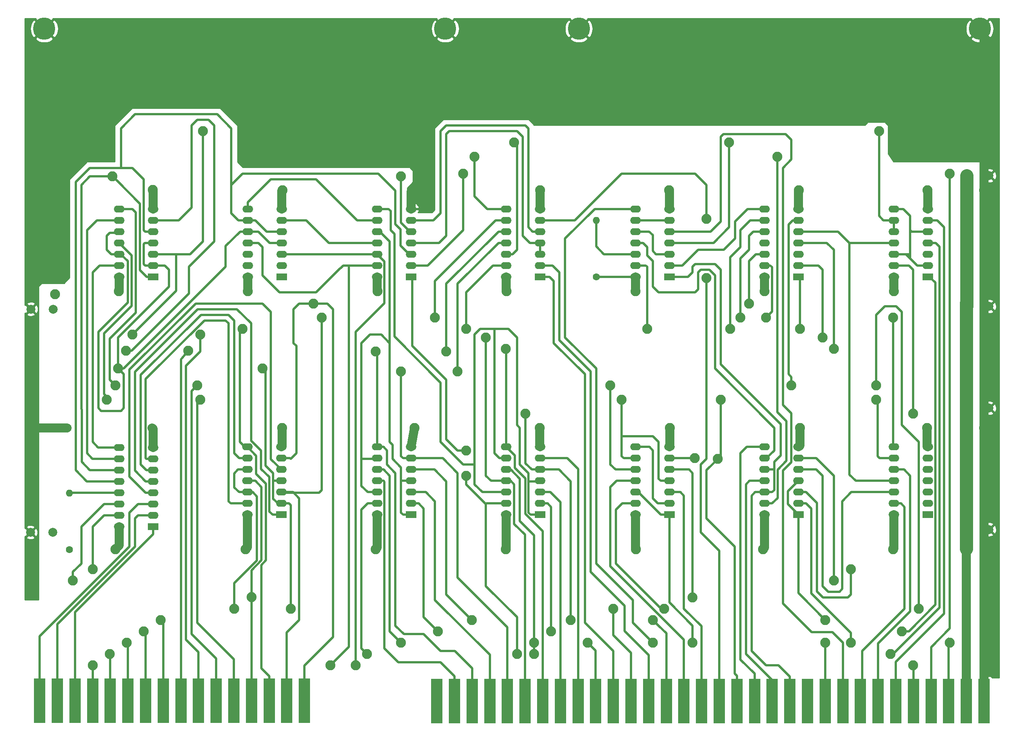
<source format=gbr>
G04 #@! TF.GenerationSoftware,KiCad,Pcbnew,(5.1.10-1-10_14)*
G04 #@! TF.CreationDate,2022-02-06T21:24:09+11:00*
G04 #@! TF.ProjectId,educ 8 decoder,65647563-2038-4206-9465-636f6465722e,rev?*
G04 #@! TF.SameCoordinates,Original*
G04 #@! TF.FileFunction,Copper,L2,Bot*
G04 #@! TF.FilePolarity,Positive*
%FSLAX46Y46*%
G04 Gerber Fmt 4.6, Leading zero omitted, Abs format (unit mm)*
G04 Created by KiCad (PCBNEW (5.1.10-1-10_14)) date 2022-02-06 21:24:09*
%MOMM*%
%LPD*%
G01*
G04 APERTURE LIST*
G04 #@! TA.AperFunction,ComponentPad*
%ADD10C,5.000000*%
G04 #@! TD*
G04 #@! TA.AperFunction,ComponentPad*
%ADD11O,2.400000X1.600000*%
G04 #@! TD*
G04 #@! TA.AperFunction,ComponentPad*
%ADD12R,2.400000X1.600000*%
G04 #@! TD*
G04 #@! TA.AperFunction,ComponentPad*
%ADD13O,1.600000X1.600000*%
G04 #@! TD*
G04 #@! TA.AperFunction,ComponentPad*
%ADD14C,1.600000*%
G04 #@! TD*
G04 #@! TA.AperFunction,ConnectorPad*
%ADD15R,2.540000X10.000000*%
G04 #@! TD*
G04 #@! TA.AperFunction,ComponentPad*
%ADD16C,2.000000*%
G04 #@! TD*
G04 #@! TA.AperFunction,ViaPad*
%ADD17C,2.000000*%
G04 #@! TD*
G04 #@! TA.AperFunction,ViaPad*
%ADD18C,2.250000*%
G04 #@! TD*
G04 #@! TA.AperFunction,Conductor*
%ADD19C,2.000000*%
G04 #@! TD*
G04 #@! TA.AperFunction,Conductor*
%ADD20C,0.500000*%
G04 #@! TD*
G04 #@! TA.AperFunction,Conductor*
%ADD21C,3.000000*%
G04 #@! TD*
G04 #@! TA.AperFunction,Conductor*
%ADD22C,0.254000*%
G04 #@! TD*
G04 #@! TA.AperFunction,Conductor*
%ADD23C,0.100000*%
G04 #@! TD*
G04 APERTURE END LIST*
D10*
X265000000Y-93000000D03*
X175000000Y-93000000D03*
X145000000Y-93000000D03*
X55000000Y-93000000D03*
D11*
X129700000Y-148740000D03*
X137320000Y-133500000D03*
X129700000Y-146200000D03*
X137320000Y-136040000D03*
X129700000Y-143660000D03*
X137320000Y-138580000D03*
X129700000Y-141120000D03*
X137320000Y-141120000D03*
X129700000Y-138580000D03*
X137320000Y-143660000D03*
X129700000Y-136040000D03*
X137320000Y-146200000D03*
X129700000Y-133500000D03*
D12*
X137320000Y-148740000D03*
D13*
X60626800Y-197342000D03*
D14*
X60626800Y-210042000D03*
D11*
X100700000Y-148740000D03*
X108320000Y-133500000D03*
X100700000Y-146200000D03*
X108320000Y-136040000D03*
X100700000Y-143660000D03*
X108320000Y-138580000D03*
X100700000Y-141120000D03*
X108320000Y-141120000D03*
X100700000Y-138580000D03*
X108320000Y-143660000D03*
X100700000Y-136040000D03*
X108320000Y-146200000D03*
X100700000Y-133500000D03*
D12*
X108320000Y-148740000D03*
D13*
X178905000Y-136081000D03*
D14*
X178905000Y-148781000D03*
D15*
X53964000Y-244000000D03*
X57926400Y-244000000D03*
X61888800Y-244000000D03*
X65851200Y-244000000D03*
X69813600Y-244000000D03*
X73776000Y-244000000D03*
X77738400Y-244000000D03*
X81700800Y-244000000D03*
X85663200Y-244000000D03*
X89625600Y-244000000D03*
X93588000Y-244000000D03*
X97550400Y-244000000D03*
X101512800Y-244000000D03*
X105475200Y-244000000D03*
X109437600Y-244000000D03*
X113400000Y-244000000D03*
X147084400Y-244118000D03*
X143122000Y-244118000D03*
X190670800Y-244118000D03*
X186708400Y-244118000D03*
X182746000Y-244118000D03*
X178783600Y-244118000D03*
X174821200Y-244118000D03*
X170858800Y-244118000D03*
X166896400Y-244118000D03*
X162934000Y-244118000D03*
X158971600Y-244118000D03*
X155009200Y-244118000D03*
X151046800Y-244118000D03*
X194633200Y-244118000D03*
X198595600Y-244118000D03*
X202558000Y-244118000D03*
X206520400Y-244118000D03*
X210482800Y-244118000D03*
X214445200Y-244118000D03*
X218407600Y-244118000D03*
X222370000Y-244118000D03*
X226332400Y-244118000D03*
X230294800Y-244118000D03*
X234257200Y-244118000D03*
X238219600Y-244118000D03*
X242182000Y-244118000D03*
X246144400Y-244118000D03*
X250106800Y-244118000D03*
X254069200Y-244118000D03*
X258031600Y-244118000D03*
X261994000Y-244118000D03*
X265956400Y-244118000D03*
D16*
X267090000Y-205550000D03*
X262090000Y-205550000D03*
X267090000Y-178245000D03*
X262090000Y-178245000D03*
X51985000Y-156020000D03*
X56985000Y-156020000D03*
X51905000Y-206185000D03*
X56905000Y-206185000D03*
X267090000Y-155385000D03*
X262090000Y-155385000D03*
X267090000Y-126000000D03*
X262090000Y-126000000D03*
D11*
X71800000Y-148740000D03*
X79420000Y-133500000D03*
X71800000Y-146200000D03*
X79420000Y-136040000D03*
X71800000Y-143660000D03*
X79420000Y-138580000D03*
X71800000Y-141120000D03*
X79420000Y-141120000D03*
X71800000Y-138580000D03*
X79420000Y-143660000D03*
X71800000Y-136040000D03*
X79420000Y-146200000D03*
X71800000Y-133500000D03*
D12*
X79420000Y-148740000D03*
D11*
X158700000Y-148740000D03*
X166320000Y-133500000D03*
X158700000Y-146200000D03*
X166320000Y-136040000D03*
X158700000Y-143660000D03*
X166320000Y-138580000D03*
X158700000Y-141120000D03*
X166320000Y-141120000D03*
X158700000Y-138580000D03*
X166320000Y-143660000D03*
X158700000Y-136040000D03*
X166320000Y-146200000D03*
X158700000Y-133500000D03*
D12*
X166320000Y-148740000D03*
D11*
X187700000Y-148740000D03*
X195320000Y-133500000D03*
X187700000Y-146200000D03*
X195320000Y-136040000D03*
X187700000Y-143660000D03*
X195320000Y-138580000D03*
X187700000Y-141120000D03*
X195320000Y-141120000D03*
X187700000Y-138580000D03*
X195320000Y-143660000D03*
X187700000Y-136040000D03*
X195320000Y-146200000D03*
X187700000Y-133500000D03*
D12*
X195320000Y-148740000D03*
D11*
X216700000Y-148740000D03*
X224320000Y-133500000D03*
X216700000Y-146200000D03*
X224320000Y-136040000D03*
X216700000Y-143660000D03*
X224320000Y-138580000D03*
X216700000Y-141120000D03*
X224320000Y-141120000D03*
X216700000Y-138580000D03*
X224320000Y-143660000D03*
X216700000Y-136040000D03*
X224320000Y-146200000D03*
X216700000Y-133500000D03*
D12*
X224320000Y-148740000D03*
D11*
X245700000Y-148740000D03*
X253320000Y-133500000D03*
X245700000Y-146200000D03*
X253320000Y-136040000D03*
X245700000Y-143660000D03*
X253320000Y-138580000D03*
X245700000Y-141120000D03*
X253320000Y-141120000D03*
X245700000Y-138580000D03*
X253320000Y-143660000D03*
X245700000Y-136040000D03*
X253320000Y-146200000D03*
X245700000Y-133500000D03*
D12*
X253320000Y-148740000D03*
D11*
X71800000Y-204880000D03*
X79420000Y-187100000D03*
X71800000Y-202340000D03*
X79420000Y-189640000D03*
X71800000Y-199800000D03*
X79420000Y-192180000D03*
X71800000Y-197260000D03*
X79420000Y-194720000D03*
X71800000Y-194720000D03*
X79420000Y-197260000D03*
X71800000Y-192180000D03*
X79420000Y-199800000D03*
X71800000Y-189640000D03*
X79420000Y-202340000D03*
X71800000Y-187100000D03*
D12*
X79420000Y-204880000D03*
D11*
X100600000Y-202240000D03*
X108220000Y-187000000D03*
X100600000Y-199700000D03*
X108220000Y-189540000D03*
X100600000Y-197160000D03*
X108220000Y-192080000D03*
X100600000Y-194620000D03*
X108220000Y-194620000D03*
X100600000Y-192080000D03*
X108220000Y-197160000D03*
X100600000Y-189540000D03*
X108220000Y-199700000D03*
X100600000Y-187000000D03*
D12*
X108220000Y-202240000D03*
D11*
X129700000Y-202240000D03*
X137320000Y-187000000D03*
X129700000Y-199700000D03*
X137320000Y-189540000D03*
X129700000Y-197160000D03*
X137320000Y-192080000D03*
X129700000Y-194620000D03*
X137320000Y-194620000D03*
X129700000Y-192080000D03*
X137320000Y-197160000D03*
X129700000Y-189540000D03*
X137320000Y-199700000D03*
X129700000Y-187000000D03*
D12*
X137320000Y-202240000D03*
D11*
X158700000Y-202240000D03*
X166320000Y-187000000D03*
X158700000Y-199700000D03*
X166320000Y-189540000D03*
X158700000Y-197160000D03*
X166320000Y-192080000D03*
X158700000Y-194620000D03*
X166320000Y-194620000D03*
X158700000Y-192080000D03*
X166320000Y-197160000D03*
X158700000Y-189540000D03*
X166320000Y-199700000D03*
X158700000Y-187000000D03*
D12*
X166320000Y-202240000D03*
D11*
X187700000Y-202240000D03*
X195320000Y-187000000D03*
X187700000Y-199700000D03*
X195320000Y-189540000D03*
X187700000Y-197160000D03*
X195320000Y-192080000D03*
X187700000Y-194620000D03*
X195320000Y-194620000D03*
X187700000Y-192080000D03*
X195320000Y-197160000D03*
X187700000Y-189540000D03*
X195320000Y-199700000D03*
X187700000Y-187000000D03*
D12*
X195320000Y-202240000D03*
D11*
X216700000Y-202240000D03*
X224320000Y-187000000D03*
X216700000Y-199700000D03*
X224320000Y-189540000D03*
X216700000Y-197160000D03*
X224320000Y-192080000D03*
X216700000Y-194620000D03*
X224320000Y-194620000D03*
X216700000Y-192080000D03*
X224320000Y-197160000D03*
X216700000Y-189540000D03*
X224320000Y-199700000D03*
X216700000Y-187000000D03*
D12*
X224320000Y-202240000D03*
D11*
X245700000Y-202240000D03*
X253320000Y-187000000D03*
X245700000Y-199700000D03*
X253320000Y-189540000D03*
X245700000Y-197160000D03*
X253320000Y-192080000D03*
X245700000Y-194620000D03*
X253320000Y-194620000D03*
X245700000Y-192080000D03*
X253320000Y-197160000D03*
X245700000Y-189540000D03*
X253320000Y-199700000D03*
X245700000Y-187000000D03*
D12*
X253320000Y-202240000D03*
D17*
X60160000Y-182690000D03*
D18*
X108420000Y-182690000D03*
X166205000Y-182690000D03*
X195415000Y-182690000D03*
X224625000Y-182690000D03*
X253200000Y-182690000D03*
X265956400Y-182746400D03*
X265956400Y-129293600D03*
X59581400Y-129293600D03*
X79337000Y-129223000D03*
X108476400Y-129293600D03*
X137686400Y-129293600D03*
X166332000Y-129293600D03*
X195288000Y-129293600D03*
X224371000Y-129293600D03*
X253256400Y-129293600D03*
D17*
X79220000Y-182690000D03*
D18*
X138110000Y-182690000D03*
X71770000Y-152030000D03*
X100726000Y-152030000D03*
X158765000Y-152030000D03*
X187721000Y-152030000D03*
X216677000Y-152030000D03*
X245760000Y-152030000D03*
X261999999Y-209904999D03*
X245580000Y-209995000D03*
X216370000Y-209995000D03*
X187795000Y-209995000D03*
X129375000Y-209995000D03*
X158585000Y-209995000D03*
X100165000Y-209995000D03*
X70955000Y-209995000D03*
X129775000Y-152030000D03*
X262090000Y-152030000D03*
X57440000Y-152665000D03*
X236055000Y-230950000D03*
X258280000Y-230950000D03*
X250025000Y-236030000D03*
X124930000Y-236030000D03*
X230340000Y-230950000D03*
X200495000Y-230950000D03*
X241770000Y-176340000D03*
X206845000Y-176340000D03*
X200995000Y-189540000D03*
X206210000Y-189675000D03*
X158585000Y-164910000D03*
X232245000Y-164910000D03*
X177000000Y-230950000D03*
X191605000Y-230950000D03*
X97625000Y-223330000D03*
X110325000Y-223330000D03*
X71590000Y-169355000D03*
X103975000Y-169355000D03*
X182715000Y-223330000D03*
X191605000Y-225870000D03*
X230340000Y-225870000D03*
X203670000Y-149035000D03*
X203670000Y-135700000D03*
X135090000Y-169990000D03*
X147790000Y-169990000D03*
X154140000Y-162370000D03*
X229705000Y-162370000D03*
X73333799Y-165383799D03*
X87303799Y-165383799D03*
X129375000Y-165545000D03*
X145250000Y-165545000D03*
X115405000Y-154750000D03*
X213195000Y-154750000D03*
X117310000Y-157925000D03*
X142710000Y-157925000D03*
X211290000Y-157925000D03*
X99530000Y-160465000D03*
X149695000Y-160465000D03*
X190335000Y-160465000D03*
X224625000Y-160465000D03*
X208965000Y-160465000D03*
X101512800Y-220712200D03*
X200495000Y-220790000D03*
X90005000Y-176340000D03*
X69050000Y-176340000D03*
X184620000Y-176340000D03*
X89370000Y-173165000D03*
X70955000Y-173165000D03*
X182080000Y-173165000D03*
X242405000Y-116015000D03*
X90640000Y-116015000D03*
X90005000Y-161735000D03*
X74765000Y-161735000D03*
X81115000Y-225870000D03*
X150965000Y-225870000D03*
X250025000Y-179515000D03*
X163030000Y-179515000D03*
X173190000Y-225870000D03*
X77305000Y-228410000D03*
X143345000Y-228410000D03*
X247485000Y-228410000D03*
X168745000Y-228410000D03*
X73495000Y-230950000D03*
X135090000Y-230950000D03*
X244945000Y-233490000D03*
X164935000Y-230950000D03*
X164935000Y-233490000D03*
X69685000Y-233490000D03*
X127470000Y-233490000D03*
X161125000Y-233490000D03*
X149695000Y-193485000D03*
X149695000Y-187770000D03*
X119215000Y-236030000D03*
X65875000Y-236030000D03*
X258280000Y-125540000D03*
X149060000Y-125540000D03*
X208750000Y-118555000D03*
X160490000Y-118555000D03*
X151600000Y-121730000D03*
X219545000Y-121730000D03*
X245580000Y-157925000D03*
X217005000Y-157925000D03*
X194145000Y-223330000D03*
X251295000Y-223330000D03*
X241770000Y-173165000D03*
X222720000Y-173165000D03*
X70320000Y-126175000D03*
X135090000Y-126175000D03*
X61430000Y-216980000D03*
X232245000Y-216980000D03*
X65875000Y-214440000D03*
X236055000Y-214440000D03*
D19*
X108420000Y-186800000D02*
X108220000Y-187000000D01*
X108420000Y-182690000D02*
X108420000Y-186800000D01*
X166205000Y-186885000D02*
X166320000Y-187000000D01*
X166205000Y-182690000D02*
X166205000Y-186885000D01*
X195415000Y-186905000D02*
X195320000Y-187000000D01*
X195415000Y-182690000D02*
X195415000Y-186905000D01*
X224625000Y-186695000D02*
X224320000Y-187000000D01*
X224625000Y-182690000D02*
X224625000Y-186695000D01*
X253200000Y-186880000D02*
X253320000Y-187000000D01*
X253200000Y-182690000D02*
X253200000Y-186880000D01*
X265956400Y-182746400D02*
X265956400Y-129293600D01*
X265956400Y-244118000D02*
X265956400Y-182746400D01*
X265956400Y-129293600D02*
X265956400Y-92576400D01*
X79420000Y-129306000D02*
X79337000Y-129223000D01*
X79420000Y-133500000D02*
X79420000Y-129306000D01*
X108320000Y-129450000D02*
X108476400Y-129293600D01*
X108320000Y-133500000D02*
X108320000Y-129450000D01*
X137320000Y-129660000D02*
X137686400Y-129293600D01*
X137320000Y-133500000D02*
X137320000Y-129660000D01*
X166320000Y-129305600D02*
X166332000Y-129293600D01*
X166320000Y-133500000D02*
X166320000Y-129305600D01*
X195320000Y-129325600D02*
X195288000Y-129293600D01*
X195320000Y-133500000D02*
X195320000Y-129325600D01*
X224320000Y-129344600D02*
X224371000Y-129293600D01*
X224320000Y-133500000D02*
X224320000Y-129344600D01*
X253320000Y-129357200D02*
X253256400Y-129293600D01*
X253320000Y-133500000D02*
X253320000Y-129357200D01*
X79420000Y-187100000D02*
X79420000Y-182890000D01*
X79420000Y-182890000D02*
X79220000Y-182690000D01*
X60160000Y-182690000D02*
X53175000Y-182690000D01*
X137320000Y-187000000D02*
X138110000Y-182690000D01*
X216700000Y-152007000D02*
X216677000Y-152030000D01*
X216700000Y-148740000D02*
X216700000Y-152007000D01*
X187700000Y-152009000D02*
X187721000Y-152030000D01*
X187700000Y-148740000D02*
X187700000Y-152009000D01*
X158700000Y-151965000D02*
X158765000Y-152030000D01*
X158700000Y-148740000D02*
X158700000Y-151965000D01*
X100700000Y-152004000D02*
X100726000Y-152030000D01*
X100700000Y-148740000D02*
X100700000Y-152004000D01*
X71800000Y-152000000D02*
X71770000Y-152030000D01*
X71800000Y-148740000D02*
X71800000Y-152000000D01*
X245700000Y-151970000D02*
X245760000Y-152030000D01*
X245700000Y-148740000D02*
X245700000Y-151970000D01*
X245700000Y-209875000D02*
X245580000Y-209995000D01*
X245700000Y-202240000D02*
X245700000Y-209875000D01*
X216700000Y-209665000D02*
X216370000Y-209995000D01*
X216700000Y-202240000D02*
X216700000Y-209665000D01*
X187700000Y-209900000D02*
X187795000Y-209995000D01*
X187700000Y-202240000D02*
X187700000Y-209900000D01*
X129700000Y-209670000D02*
X129375000Y-209995000D01*
X129700000Y-202240000D02*
X129700000Y-209670000D01*
X158700000Y-209880000D02*
X158585000Y-209995000D01*
X158700000Y-202240000D02*
X158700000Y-209880000D01*
X100600000Y-209560000D02*
X100165000Y-209995000D01*
X100600000Y-202240000D02*
X100600000Y-209560000D01*
X71800000Y-209150000D02*
X70955000Y-209995000D01*
X71800000Y-204880000D02*
X71800000Y-209150000D01*
X129700000Y-148740000D02*
X129700000Y-151955000D01*
X129700000Y-151955000D02*
X129775000Y-152030000D01*
D20*
X178946000Y-148740000D02*
X178905000Y-148781000D01*
X187700000Y-148740000D02*
X178946000Y-148740000D01*
D21*
X261999999Y-154620989D02*
X261999999Y-209904999D01*
X262090000Y-152030000D02*
X262090000Y-155385000D01*
X262090000Y-126000000D02*
X262090000Y-152030000D01*
D19*
X261999999Y-219368801D02*
X261999999Y-209904999D01*
X261976800Y-219392000D02*
X261999999Y-219368801D01*
X261994000Y-219409200D02*
X261976800Y-219392000D01*
X261994000Y-244118000D02*
X261994000Y-219409200D01*
D20*
X258031600Y-230066600D02*
X258031600Y-244118000D01*
X258280000Y-230950000D02*
X258031600Y-230066600D01*
X226020000Y-199700000D02*
X224320000Y-199700000D01*
X227165000Y-200845000D02*
X226020000Y-199700000D01*
X227165000Y-219915000D02*
X227165000Y-200845000D01*
X236055000Y-228805000D02*
X227165000Y-219915000D01*
X236055000Y-230950000D02*
X236055000Y-228805000D01*
X250106800Y-236111800D02*
X250025000Y-236030000D01*
X250106800Y-244118000D02*
X250106800Y-236111800D01*
X129700000Y-143660000D02*
X108320000Y-143660000D01*
X131350010Y-145310010D02*
X131350010Y-154679990D01*
X131350010Y-154679990D02*
X124930000Y-161100000D01*
X124930000Y-161100000D02*
X124930000Y-236030000D01*
X129700000Y-143660000D02*
X131350010Y-145310010D01*
X255445000Y-136040000D02*
X253320000Y-136040000D01*
X257010000Y-137605000D02*
X255445000Y-136040000D01*
X246144400Y-244118000D02*
X246144400Y-235324400D01*
X250140600Y-231359400D02*
X257010000Y-224490000D01*
X250109400Y-231359400D02*
X250140600Y-231359400D01*
X246144400Y-235324400D02*
X250109400Y-231359400D01*
X257010000Y-224490000D02*
X257010000Y-137605000D01*
X242182000Y-244118000D02*
X242182000Y-231173000D01*
X242182000Y-231173000D02*
X249390000Y-223965000D01*
X249390000Y-223965000D02*
X249390000Y-193485000D01*
X247985000Y-192080000D02*
X245700000Y-192080000D01*
X249390000Y-193485000D02*
X247985000Y-192080000D01*
X238219600Y-241000398D02*
X238595000Y-240624998D01*
X238219600Y-244118000D02*
X238219600Y-241000398D01*
X238595000Y-240624998D02*
X238595000Y-232855000D01*
X238595000Y-232855000D02*
X248120000Y-223330000D01*
X248120000Y-223330000D02*
X248120000Y-200470000D01*
X247350000Y-199700000D02*
X248120000Y-200470000D01*
X245700000Y-199700000D02*
X247350000Y-199700000D01*
X234257200Y-230972400D02*
X234257200Y-244118000D01*
X222669990Y-190434938D02*
X220815000Y-192289928D01*
X220815000Y-192289928D02*
X220815000Y-222180200D01*
X195320000Y-138580000D02*
X204600000Y-138580000D01*
X220815000Y-177535071D02*
X222669990Y-179390061D01*
X207480000Y-116650000D02*
X221450000Y-116650000D01*
X221450000Y-116650000D02*
X222720000Y-117920000D01*
X231926800Y-228642000D02*
X234257200Y-230972400D01*
X227276800Y-228642000D02*
X231926800Y-228642000D01*
X222720000Y-122365000D02*
X220815000Y-124270000D01*
X206845000Y-117285000D02*
X207480000Y-116650000D01*
X222669990Y-179390061D02*
X222669990Y-190434938D01*
X206845000Y-136335000D02*
X206845000Y-117285000D01*
X220815000Y-124270000D02*
X220815000Y-177535071D01*
X204600000Y-138580000D02*
X206845000Y-136335000D01*
X220815000Y-222180200D02*
X227276800Y-228642000D01*
X222720000Y-117920000D02*
X222720000Y-122365000D01*
X187700000Y-197160000D02*
X188295000Y-197160000D01*
X193375000Y-202240000D02*
X195320000Y-202240000D01*
X188295000Y-197160000D02*
X193375000Y-202240000D01*
X230340000Y-244072800D02*
X230294800Y-244118000D01*
X230340000Y-230950000D02*
X230340000Y-244072800D01*
X195320000Y-221965000D02*
X195320000Y-202240000D01*
X200495000Y-230950000D02*
X200495000Y-227140000D01*
X200495000Y-227140000D02*
X195320000Y-221965000D01*
X214600000Y-197160000D02*
X216700000Y-197160000D01*
X213830000Y-197930000D02*
X214600000Y-197160000D01*
X213830000Y-232855000D02*
X213830000Y-197930000D01*
X222370000Y-244118000D02*
X222370000Y-238618000D01*
X219782000Y-236030000D02*
X217005000Y-236030000D01*
X222370000Y-238618000D02*
X219782000Y-236030000D01*
X217005000Y-236030000D02*
X213830000Y-232855000D01*
X199520000Y-148740000D02*
X200495000Y-147765000D01*
X200495000Y-147765000D02*
X200495000Y-146495000D01*
X195320000Y-148740000D02*
X199520000Y-148740000D01*
X200495000Y-146495000D02*
X201130000Y-145860000D01*
X201130000Y-145860000D02*
X205575000Y-145860000D01*
X205575000Y-145860000D02*
X206845000Y-147130000D01*
X206845000Y-147130000D02*
X206845000Y-168445064D01*
X220317468Y-188902532D02*
X220317468Y-181917532D01*
X206845000Y-168445064D02*
X220317468Y-181917532D01*
X216700000Y-197160000D02*
X218410000Y-197160000D01*
X218410000Y-197160000D02*
X218910000Y-196660000D01*
X218910000Y-190310000D02*
X220317468Y-188902532D01*
X216700000Y-192080000D02*
X218775000Y-192080000D01*
X218775000Y-192080000D02*
X218910000Y-192215000D01*
X218910000Y-192215000D02*
X218910000Y-190310000D01*
X218910000Y-196660000D02*
X218910000Y-192215000D01*
X218407600Y-244118000D02*
X218407600Y-239337600D01*
X218407600Y-239337600D02*
X212560000Y-233490000D01*
X212560000Y-233490000D02*
X212560000Y-195390000D01*
X213330000Y-194620000D02*
X216700000Y-194620000D01*
X212560000Y-195390000D02*
X213330000Y-194620000D01*
X214445200Y-244118000D02*
X214445200Y-237915200D01*
X214445200Y-237915200D02*
X211290000Y-234760000D01*
X211290000Y-234760000D02*
X211290000Y-188405000D01*
X212695000Y-187000000D02*
X216700000Y-187000000D01*
X211290000Y-188405000D02*
X212695000Y-187000000D01*
X200995000Y-189540000D02*
X200995000Y-189540000D01*
X245700000Y-189540000D02*
X242540000Y-189540000D01*
X242540000Y-189540000D02*
X242040000Y-189040000D01*
X242040000Y-189040000D02*
X242040000Y-177245000D01*
X242040000Y-176610000D02*
X241770000Y-176340000D01*
X242040000Y-177245000D02*
X242040000Y-176610000D01*
X200995000Y-189540000D02*
X195320000Y-189540000D01*
X206845000Y-189040000D02*
X206845000Y-176340000D01*
X203670000Y-192215000D02*
X206845000Y-189040000D01*
X203670000Y-203010000D02*
X203670000Y-192215000D01*
X210482800Y-244118000D02*
X210482800Y-238397800D01*
X210020000Y-209360000D02*
X203670000Y-203010000D01*
X210020000Y-237935000D02*
X210020000Y-209360000D01*
X210482800Y-238397800D02*
X210020000Y-237935000D01*
X166896400Y-244118000D02*
X166896400Y-205961364D01*
X166896400Y-205961364D02*
X162964989Y-202029954D01*
X160615000Y-188915000D02*
X160615000Y-191705000D01*
X160615000Y-188915000D02*
X158700000Y-187000000D01*
X160615000Y-191705000D02*
X162964989Y-194054989D01*
X162964989Y-202029954D02*
X162964989Y-194054989D01*
X158700000Y-165025000D02*
X158585000Y-164910000D01*
X158700000Y-187000000D02*
X158700000Y-165025000D01*
X232245000Y-164910000D02*
X232245000Y-142685000D01*
X230680000Y-141120000D02*
X224320000Y-141120000D01*
X232245000Y-142685000D02*
X230680000Y-141120000D01*
X170858800Y-244118000D02*
X170858800Y-199408800D01*
X168610000Y-197160000D02*
X166320000Y-197160000D01*
X170858800Y-199408800D02*
X168610000Y-197160000D01*
X174821200Y-244118000D02*
X174821200Y-191941200D01*
X172420000Y-189540000D02*
X166320000Y-189540000D01*
X174821200Y-191941200D02*
X172420000Y-189540000D01*
X178783600Y-232733600D02*
X177000000Y-230950000D01*
X178783600Y-244118000D02*
X178783600Y-232733600D01*
X171920000Y-140145000D02*
X178565000Y-133500000D01*
X171920000Y-162370000D02*
X171920000Y-140145000D01*
X187160000Y-226505000D02*
X187160000Y-221425000D01*
X178905000Y-169355000D02*
X171920000Y-162370000D01*
X178565000Y-133500000D02*
X187700000Y-133500000D01*
X178905000Y-213170000D02*
X178905000Y-169355000D01*
X187160000Y-221425000D02*
X178905000Y-213170000D01*
X191605000Y-230950000D02*
X187160000Y-226505000D01*
X182746000Y-244118000D02*
X182746000Y-232886000D01*
X182746000Y-232886000D02*
X176365000Y-226505000D01*
X176365000Y-226505000D02*
X176365000Y-170625000D01*
X176365000Y-170625000D02*
X169380000Y-163640000D01*
X169380000Y-163640000D02*
X169380000Y-149670000D01*
X168450000Y-148740000D02*
X166320000Y-148740000D01*
X169380000Y-149670000D02*
X168450000Y-148740000D01*
X79420000Y-141120000D02*
X77600000Y-141120000D01*
X108085000Y-194755000D02*
X108220000Y-194620000D01*
X109920000Y-199700000D02*
X108220000Y-199700000D01*
X110325000Y-200105000D02*
X109920000Y-199700000D01*
X110325000Y-223330000D02*
X110325000Y-200105000D01*
X99030000Y-192080000D02*
X100600000Y-192080000D01*
X79420000Y-146200000D02*
X77645000Y-146200000D01*
X77305000Y-145860000D02*
X77305000Y-141415000D01*
X77600000Y-141120000D02*
X77305000Y-141415000D01*
X77305000Y-145860000D02*
X77645000Y-146200000D01*
X71590000Y-169355000D02*
X71590000Y-169355000D01*
X83020000Y-147130000D02*
X82090000Y-146200000D01*
X82090000Y-146200000D02*
X79420000Y-146200000D01*
X83020000Y-150940000D02*
X83020000Y-147130000D01*
X71590000Y-162370000D02*
X83020000Y-150940000D01*
X71590000Y-169355000D02*
X71590000Y-162370000D01*
X102705000Y-212535000D02*
X97625000Y-217615000D01*
X97625000Y-217615000D02*
X97625000Y-223330000D01*
X100700000Y-138580000D02*
X103045000Y-138580000D01*
X105585000Y-141120000D02*
X108320000Y-141120000D01*
X103045000Y-138580000D02*
X105585000Y-141120000D01*
X99000000Y-138580000D02*
X95720000Y-141860000D01*
X100700000Y-138580000D02*
X99000000Y-138580000D01*
X72860000Y-169355000D02*
X95720000Y-146495000D01*
X95720000Y-141860000D02*
X95720000Y-146495000D01*
X72860000Y-169355000D02*
X71590000Y-169355000D01*
X182715000Y-229313200D02*
X186708400Y-233306600D01*
X182715000Y-223330000D02*
X182715000Y-229313200D01*
X186708400Y-233306600D02*
X186708400Y-244118000D01*
X71505000Y-138875000D02*
X71800000Y-138580000D01*
X69685000Y-138875000D02*
X69050000Y-139510000D01*
X69685000Y-138875000D02*
X71505000Y-138875000D01*
X69050000Y-142685000D02*
X70025000Y-143660000D01*
X71800000Y-143660000D02*
X70025000Y-143660000D01*
X69050000Y-139510000D02*
X69050000Y-142685000D01*
X104700000Y-170080000D02*
X103975000Y-169355000D01*
X104700000Y-191200000D02*
X104700000Y-170080000D01*
X101770000Y-197160000D02*
X102705000Y-198095000D01*
X100600000Y-197160000D02*
X101770000Y-197160000D01*
X102705000Y-198095000D02*
X102705000Y-212535000D01*
X98710000Y-197160000D02*
X97625000Y-196075000D01*
X100600000Y-197160000D02*
X98710000Y-197160000D01*
X100600000Y-192080000D02*
X98520000Y-192080000D01*
X98520000Y-192080000D02*
X97625000Y-192975000D01*
X97625000Y-192975000D02*
X97625000Y-193725000D01*
X97625000Y-193725000D02*
X97625000Y-193485000D01*
X97625000Y-196075000D02*
X97625000Y-193725000D01*
X106380000Y-192880000D02*
X105625000Y-192125000D01*
X105625000Y-192125000D02*
X104700000Y-191200000D01*
X106390000Y-194620000D02*
X106380000Y-194630000D01*
X108220000Y-194620000D02*
X106390000Y-194620000D01*
X106380000Y-194630000D02*
X106380000Y-192880000D01*
X107460000Y-199700000D02*
X106380000Y-198620000D01*
X108220000Y-199700000D02*
X107460000Y-199700000D01*
X106380000Y-198620000D02*
X106380000Y-194630000D01*
X72860000Y-170625000D02*
X71590000Y-169355000D01*
X72860000Y-178245000D02*
X72860000Y-170625000D01*
X67780000Y-178880000D02*
X72225000Y-178880000D01*
X67145000Y-178245000D02*
X67780000Y-178880000D01*
X72225000Y-178880000D02*
X72860000Y-178245000D01*
X73750000Y-154495000D02*
X67145000Y-161100000D01*
X73750000Y-145250000D02*
X73750000Y-154495000D01*
X72160000Y-143660000D02*
X73750000Y-145250000D01*
X67145000Y-161100000D02*
X67145000Y-178245000D01*
X71800000Y-143660000D02*
X72160000Y-143660000D01*
X177635000Y-215075000D02*
X177635000Y-169990000D01*
X177635000Y-169990000D02*
X170650000Y-163005000D01*
X170650000Y-163005000D02*
X170650000Y-147765000D01*
X169085000Y-146200000D02*
X166320000Y-146200000D01*
X170650000Y-147765000D02*
X169085000Y-146200000D01*
X185255000Y-228373400D02*
X190670800Y-233789200D01*
X185255000Y-222695000D02*
X185255000Y-228373400D01*
X190670800Y-244118000D02*
X190670800Y-233789200D01*
X185255000Y-222695000D02*
X177635000Y-215075000D01*
X221950000Y-199870000D02*
X224320000Y-202240000D01*
X224320000Y-194620000D02*
X221950000Y-196990000D01*
X221950000Y-196990000D02*
X221950000Y-199870000D01*
X224320000Y-219850000D02*
X224320000Y-202240000D01*
X230340000Y-225870000D02*
X224320000Y-219850000D01*
X230340000Y-225870000D02*
X224942500Y-220472500D01*
X192875000Y-227140000D02*
X191605000Y-225870000D01*
X194633200Y-228898200D02*
X192875000Y-227140000D01*
X194633200Y-244118000D02*
X194633200Y-228898200D01*
X183485000Y-194620000D02*
X187700000Y-194620000D01*
X182080000Y-196025000D02*
X183485000Y-194620000D01*
X182080000Y-213805000D02*
X182080000Y-196025000D01*
X198595600Y-230320600D02*
X182080000Y-213805000D01*
X198595600Y-244118000D02*
X198595600Y-230320600D01*
X202558000Y-244118000D02*
X202558000Y-227298000D01*
X202558000Y-227298000D02*
X198590000Y-223330000D01*
X198590000Y-223330000D02*
X198590000Y-197930000D01*
X197820000Y-197160000D02*
X195320000Y-197160000D01*
X198590000Y-197930000D02*
X197820000Y-197160000D01*
X206520400Y-244118000D02*
X206520400Y-210305400D01*
X206520400Y-210305400D02*
X202400000Y-206185000D01*
X202400000Y-206185000D02*
X202400000Y-190945000D01*
X202400000Y-190945000D02*
X203670000Y-189675000D01*
X203670000Y-189675000D02*
X203670000Y-149035000D01*
X203670000Y-135700000D02*
X203670000Y-128080000D01*
X203670000Y-128080000D02*
X201130000Y-125540000D01*
X201130000Y-125540000D02*
X184620000Y-125540000D01*
X174120000Y-136040000D02*
X166320000Y-136040000D01*
X184620000Y-125540000D02*
X174120000Y-136040000D01*
X155009200Y-244118000D02*
X155009200Y-233724200D01*
X155009200Y-233724200D02*
X142710000Y-221425000D01*
X142710000Y-221425000D02*
X142710000Y-199200000D01*
X140670000Y-197160000D02*
X137320000Y-197160000D01*
X142710000Y-199200000D02*
X140670000Y-197160000D01*
X158971600Y-244118000D02*
X158971600Y-227526600D01*
X158971600Y-227526600D02*
X147790000Y-216345000D01*
X147790000Y-216345000D02*
X147790000Y-192850000D01*
X144480000Y-189540000D02*
X137320000Y-189540000D01*
X147790000Y-192850000D02*
X144480000Y-189540000D01*
X137320000Y-189540000D02*
X135590000Y-189540000D01*
X135590000Y-189540000D02*
X135090000Y-189040000D01*
X135090000Y-189040000D02*
X135090000Y-187062219D01*
X135090000Y-187062219D02*
X135090000Y-169990000D01*
X147790000Y-169990000D02*
X147790000Y-151575000D01*
X158700000Y-141120000D02*
X156975000Y-141120000D01*
X147790000Y-150305000D02*
X147790000Y-151575000D01*
X156975000Y-141120000D02*
X147790000Y-150305000D01*
X159720000Y-194620000D02*
X158700000Y-194620000D01*
X160490000Y-195390000D02*
X159720000Y-194620000D01*
X160490000Y-204280000D02*
X160490000Y-195390000D01*
X162934000Y-206724000D02*
X160490000Y-204280000D01*
X162934000Y-244118000D02*
X162934000Y-206724000D01*
X158700000Y-194620000D02*
X155275000Y-194620000D01*
X155275000Y-194620000D02*
X154140000Y-193485000D01*
X154140000Y-193485000D02*
X154140000Y-162370000D01*
X229705000Y-162370000D02*
X229705000Y-147130000D01*
X228775000Y-146200000D02*
X224320000Y-146200000D01*
X229705000Y-147130000D02*
X228775000Y-146200000D01*
X79420000Y-136040000D02*
X85220000Y-136040000D01*
X85220000Y-136040000D02*
X88100000Y-133160000D01*
X88100000Y-133160000D02*
X88100000Y-114745000D01*
X88100000Y-114745000D02*
X89370000Y-113475000D01*
X89370000Y-113475000D02*
X91910000Y-113475000D01*
X91910000Y-113475000D02*
X93180000Y-114745000D01*
X93180000Y-114745000D02*
X93180000Y-135700000D01*
X93180000Y-135700000D02*
X93180000Y-139510000D01*
X93180000Y-140780000D02*
X87465000Y-146495000D01*
X87465000Y-152490036D02*
X74571237Y-165383799D01*
X87465000Y-146495000D02*
X87465000Y-152490036D01*
X74571237Y-165383799D02*
X73333799Y-165383799D01*
X93180000Y-135700000D02*
X93180000Y-140780000D01*
X85663200Y-167553200D02*
X85663200Y-244000000D01*
X85663200Y-167346800D02*
X85663200Y-167553200D01*
X87303799Y-165383799D02*
X85663200Y-167346800D01*
X143980000Y-235395000D02*
X147084400Y-238499400D01*
X147084400Y-238499400D02*
X147084400Y-244118000D01*
X131350010Y-232290010D02*
X134455000Y-235395000D01*
X134455000Y-235395000D02*
X143980000Y-235395000D01*
X131350010Y-194825010D02*
X131350010Y-232290010D01*
X131145000Y-194620000D02*
X131350010Y-194825010D01*
X129700000Y-194620000D02*
X131145000Y-194620000D01*
X131915000Y-190945000D02*
X131915000Y-187770000D01*
X133820000Y-192850000D02*
X131915000Y-190945000D01*
X143980000Y-232855000D02*
X140170000Y-229045000D01*
X140170000Y-229045000D02*
X135725000Y-229045000D01*
X131145000Y-187000000D02*
X129700000Y-187000000D01*
X131915000Y-187770000D02*
X131145000Y-187000000D01*
X135725000Y-229045000D02*
X133820000Y-227140000D01*
X147155000Y-232855000D02*
X143980000Y-232855000D01*
X133820000Y-227140000D02*
X133820000Y-192850000D01*
X151046800Y-236746800D02*
X147155000Y-232855000D01*
X151046800Y-244118000D02*
X151046800Y-236746800D01*
X129700000Y-165870000D02*
X129375000Y-165545000D01*
X129700000Y-187000000D02*
X129700000Y-165870000D01*
X158700000Y-138580000D02*
X156975000Y-138580000D01*
X156975000Y-138580000D02*
X145250000Y-150305000D01*
X145250000Y-165545000D02*
X145250000Y-150305000D01*
X113400000Y-244000000D02*
X113400000Y-236130000D01*
X110325000Y-189675000D02*
X110190000Y-189540000D01*
X111595000Y-188405000D02*
X110325000Y-189675000D01*
X111595000Y-164275000D02*
X111595000Y-188405000D01*
X110960000Y-156020000D02*
X110960000Y-163640000D01*
X112230000Y-154750000D02*
X110960000Y-156020000D01*
X110190000Y-189540000D02*
X108220000Y-189540000D01*
X118580000Y-154750000D02*
X115405000Y-154750000D01*
X119850000Y-156020000D02*
X118580000Y-154750000D01*
X110960000Y-163640000D02*
X111595000Y-164275000D01*
X119850000Y-229680000D02*
X119850000Y-156020000D01*
X113400000Y-236130000D02*
X119850000Y-229680000D01*
X115405000Y-154750000D02*
X112230000Y-154750000D01*
X213195000Y-154750000D02*
X213195000Y-145225000D01*
X214760000Y-143660000D02*
X216700000Y-143660000D01*
X213195000Y-145225000D02*
X214760000Y-143660000D01*
X109437600Y-244000000D02*
X109437600Y-228662400D01*
X109437600Y-228662400D02*
X112230000Y-225870000D01*
X112230000Y-225870000D02*
X112230000Y-198565000D01*
X110825000Y-197160000D02*
X108220000Y-197160000D01*
X112230000Y-198565000D02*
X110825000Y-197160000D01*
X108355000Y-197295000D02*
X108220000Y-197160000D01*
X117310000Y-157925000D02*
X117310000Y-196660000D01*
X116675000Y-197295000D02*
X108355000Y-197295000D01*
X117310000Y-196660000D02*
X116675000Y-197295000D01*
X156340000Y-136040000D02*
X158700000Y-136040000D01*
X142710000Y-149670000D02*
X156340000Y-136040000D01*
X142710000Y-157925000D02*
X142710000Y-149670000D01*
X216700000Y-138580000D02*
X214125000Y-138580000D01*
X214125000Y-138580000D02*
X213195000Y-139510000D01*
X213195000Y-139510000D02*
X213195000Y-142685000D01*
X213195000Y-142685000D02*
X211290000Y-144590000D01*
X211290000Y-144590000D02*
X211290000Y-157925000D01*
X100600000Y-187000000D02*
X100030000Y-187000000D01*
X100030000Y-187000000D02*
X98895000Y-185865000D01*
X98895000Y-161100000D02*
X99530000Y-160465000D01*
X98895000Y-185865000D02*
X98895000Y-161100000D01*
X149695000Y-160465000D02*
X149695000Y-152210000D01*
X155705000Y-146200000D02*
X158700000Y-146200000D01*
X149695000Y-152210000D02*
X155705000Y-146200000D01*
X190335000Y-160465000D02*
X190335000Y-146495000D01*
X190040000Y-146200000D02*
X187700000Y-146200000D01*
X190335000Y-146495000D02*
X190040000Y-146200000D01*
X224625000Y-149045000D02*
X224320000Y-148740000D01*
X224625000Y-160465000D02*
X224625000Y-149045000D01*
X208965000Y-144375000D02*
X208965000Y-160465000D01*
X211290000Y-138240000D02*
X211290000Y-142050000D01*
X211290000Y-142050000D02*
X208965000Y-144375000D01*
X213490000Y-136040000D02*
X211290000Y-138240000D01*
X216700000Y-136040000D02*
X213490000Y-136040000D01*
X105475200Y-238500000D02*
X105475200Y-244000000D01*
X103705200Y-236730000D02*
X105475200Y-238500000D01*
X103705200Y-213514729D02*
X103705200Y-236730000D01*
X104750000Y-212469930D02*
X103705200Y-213514729D01*
X102574978Y-193074978D02*
X104750000Y-195250000D01*
X104750000Y-195250000D02*
X104750000Y-212469930D01*
X102574978Y-188974978D02*
X102574978Y-193074978D01*
X100600000Y-187000000D02*
X102574978Y-188974978D01*
X101512800Y-244000000D02*
X101512800Y-220712200D01*
X199725000Y-192080000D02*
X195320000Y-192080000D01*
X200495000Y-192850000D02*
X199725000Y-192080000D01*
X200495000Y-220790000D02*
X200495000Y-192850000D01*
X101512800Y-214717165D02*
X101512800Y-220712200D01*
X103750000Y-212479966D02*
X101512800Y-214717165D01*
X103750000Y-196000000D02*
X103750000Y-212479966D01*
X102370000Y-194620000D02*
X103750000Y-196000000D01*
X100600000Y-194620000D02*
X102370000Y-194620000D01*
X97550400Y-244000000D02*
X97550400Y-234685400D01*
X97550400Y-234685400D02*
X89370000Y-226505000D01*
X89370000Y-226505000D02*
X89370000Y-177610000D01*
X89370000Y-176975000D02*
X90005000Y-176340000D01*
X89370000Y-177610000D02*
X89370000Y-176975000D01*
X185120000Y-189540000D02*
X187700000Y-189540000D01*
X184620000Y-189040000D02*
X185120000Y-189540000D01*
X195320000Y-194620000D02*
X193375000Y-194620000D01*
X193375000Y-194620000D02*
X192875000Y-194120000D01*
X192875000Y-194120000D02*
X192875000Y-185865000D01*
X191605000Y-184595000D02*
X184620000Y-184595000D01*
X192875000Y-185865000D02*
X191605000Y-184595000D01*
X184620000Y-184595000D02*
X184620000Y-189040000D01*
X184620000Y-176340000D02*
X184620000Y-184595000D01*
X69050000Y-175705000D02*
X69050000Y-176340000D01*
X68415000Y-175070000D02*
X69050000Y-175705000D01*
X68415000Y-161454966D02*
X68415000Y-175070000D01*
X74590000Y-155279964D02*
X68415000Y-161454966D01*
X74590000Y-143910000D02*
X74590000Y-155279964D01*
X71800000Y-141120000D02*
X74590000Y-143910000D01*
X93588000Y-244000000D02*
X93588000Y-234533000D01*
X93588000Y-234533000D02*
X88100000Y-229045000D01*
X88100000Y-174435000D02*
X88100000Y-175070000D01*
X89370000Y-173165000D02*
X88100000Y-174435000D01*
X88100000Y-229045000D02*
X88100000Y-175070000D01*
X182080000Y-173165000D02*
X182080000Y-190945000D01*
X183215000Y-192080000D02*
X187700000Y-192080000D01*
X182080000Y-190945000D02*
X183215000Y-192080000D01*
X69685000Y-162630044D02*
X69685000Y-171895000D01*
X75530022Y-156785022D02*
X69685000Y-162630044D01*
X75530022Y-134280022D02*
X75530022Y-156785022D01*
X69685000Y-171895000D02*
X70955000Y-173165000D01*
X74750000Y-133500000D02*
X75530022Y-134280022D01*
X71800000Y-133500000D02*
X74750000Y-133500000D01*
X245700000Y-136040000D02*
X243380000Y-136040000D01*
X243380000Y-136040000D02*
X242405000Y-135065000D01*
X242405000Y-135065000D02*
X242405000Y-116015000D01*
X245700000Y-136040000D02*
X245700000Y-138580000D01*
X90640000Y-140780000D02*
X90640000Y-116015000D01*
X87760000Y-143660000D02*
X90640000Y-140780000D01*
X89625600Y-244000000D02*
X89625600Y-233110600D01*
X89625600Y-233110600D02*
X86830000Y-230315000D01*
X86830000Y-230315000D02*
X86830000Y-169990000D01*
X86830000Y-169990000D02*
X86830000Y-168720000D01*
X90005000Y-165545000D02*
X90005000Y-161735000D01*
X86830000Y-168720000D02*
X90005000Y-165545000D01*
X74765000Y-161735000D02*
X84585000Y-151915000D01*
X84585000Y-143660000D02*
X87760000Y-143660000D01*
X84585000Y-151915000D02*
X84585000Y-143660000D01*
X79420000Y-143660000D02*
X84585000Y-143660000D01*
X81700800Y-226455800D02*
X81115000Y-225870000D01*
X81700800Y-244000000D02*
X81700800Y-226455800D01*
X145250000Y-220155000D02*
X145885000Y-220790000D01*
X142575000Y-192080000D02*
X145250000Y-194755000D01*
X145885000Y-220790000D02*
X150965000Y-225870000D01*
X145250000Y-194755000D02*
X145250000Y-220155000D01*
X137320000Y-192080000D02*
X142575000Y-192080000D01*
X245700000Y-146200000D02*
X249095000Y-146200000D01*
X249095000Y-146200000D02*
X250025000Y-147130000D01*
X250025000Y-147130000D02*
X250025000Y-179515000D01*
X166320000Y-192080000D02*
X170515000Y-192080000D01*
X170515000Y-192080000D02*
X173190000Y-194755000D01*
X173190000Y-194755000D02*
X173190000Y-225870000D01*
X164435000Y-192080000D02*
X166320000Y-192080000D01*
X163030000Y-190675000D02*
X164435000Y-192080000D01*
X163030000Y-179515000D02*
X163030000Y-190675000D01*
X77738400Y-228843400D02*
X77305000Y-228410000D01*
X77738400Y-244000000D02*
X77738400Y-228843400D01*
X139020000Y-199700000D02*
X137320000Y-199700000D01*
X140170000Y-200850000D02*
X139020000Y-199700000D01*
X143345000Y-228410000D02*
X140170000Y-225235000D01*
X140170000Y-225235000D02*
X140170000Y-223330000D01*
X140170000Y-223330000D02*
X140170000Y-200850000D01*
X140170000Y-223965000D02*
X140170000Y-223330000D01*
X249075990Y-228410000D02*
X255020000Y-222465990D01*
X247485000Y-228410000D02*
X249075990Y-228410000D01*
X253720000Y-148740000D02*
X253320000Y-148740000D01*
X255020000Y-150040000D02*
X253720000Y-148740000D01*
X255020000Y-222465990D02*
X255020000Y-150040000D01*
X167975000Y-199700000D02*
X168745000Y-200470000D01*
X168745000Y-200470000D02*
X168745000Y-228410000D01*
X166320000Y-199700000D02*
X167975000Y-199700000D01*
X73776000Y-231231000D02*
X73495000Y-230950000D01*
X73776000Y-244000000D02*
X73776000Y-231231000D01*
X131145000Y-192080000D02*
X129700000Y-192080000D01*
X132550000Y-193485000D02*
X131145000Y-192080000D01*
X132550000Y-228410000D02*
X132550000Y-193485000D01*
X135090000Y-230950000D02*
X132550000Y-228410000D01*
X164935000Y-230950000D02*
X164935000Y-233490000D01*
X159720000Y-192080000D02*
X158700000Y-192080000D01*
X161760000Y-194120000D02*
X159720000Y-192080000D01*
X161760000Y-203645000D02*
X161760000Y-194120000D01*
X164935000Y-206820000D02*
X161760000Y-203645000D01*
X164935000Y-230950000D02*
X164935000Y-206820000D01*
X245580000Y-233490000D02*
X244945000Y-233490000D01*
X256000000Y-223070000D02*
X245580000Y-233490000D01*
X256000000Y-142000000D02*
X256000000Y-223070000D01*
X255120000Y-141120000D02*
X256000000Y-142000000D01*
X253320000Y-141120000D02*
X255120000Y-141120000D01*
X69813600Y-233618600D02*
X69685000Y-233490000D01*
X69813600Y-244000000D02*
X69813600Y-233618600D01*
X129700000Y-199700000D02*
X127605000Y-199700000D01*
X127605000Y-199700000D02*
X126200000Y-201105000D01*
X126200000Y-232220000D02*
X127470000Y-233490000D01*
X126200000Y-201105000D02*
X126200000Y-232220000D01*
X161125000Y-233490000D02*
X161125000Y-225235000D01*
X161125000Y-225235000D02*
X154140000Y-218250000D01*
X158700000Y-199700000D02*
X155545000Y-199700000D01*
X154140000Y-218250000D02*
X154140000Y-201105000D01*
X154140000Y-201105000D02*
X154140000Y-199835000D01*
X149695000Y-195390000D02*
X149695000Y-193485000D01*
X154140000Y-199835000D02*
X149695000Y-195390000D01*
X137630000Y-149050000D02*
X137320000Y-148740000D01*
X145250000Y-171895000D02*
X137630000Y-164275000D01*
X137630000Y-164275000D02*
X137630000Y-149050000D01*
X147790000Y-187770000D02*
X145250000Y-185230000D01*
X145250000Y-185230000D02*
X145250000Y-171895000D01*
X149695000Y-187770000D02*
X147790000Y-187770000D01*
X154275000Y-199700000D02*
X154140000Y-199835000D01*
X155545000Y-199700000D02*
X154275000Y-199700000D01*
X121460000Y-146790000D02*
X116040000Y-152210000D01*
X116040000Y-152210000D02*
X107785000Y-152210000D01*
X107785000Y-152210000D02*
X103975000Y-148400000D01*
X103975000Y-148400000D02*
X103975000Y-142050000D01*
X103045000Y-141120000D02*
X100700000Y-141120000D01*
X103975000Y-142050000D02*
X103045000Y-141120000D01*
X121460000Y-146790000D02*
X121505000Y-146790000D01*
X121505000Y-146790000D02*
X122095000Y-146200000D01*
X123365000Y-231880000D02*
X119215000Y-236030000D01*
X123365000Y-146200000D02*
X123365000Y-231880000D01*
X129700000Y-146200000D02*
X123365000Y-146200000D01*
X123365000Y-146200000D02*
X122095000Y-146200000D01*
X65875000Y-243976200D02*
X65851200Y-244000000D01*
X65875000Y-236030000D02*
X65875000Y-243976200D01*
X61888800Y-244000000D02*
X61888800Y-224141200D01*
X79420000Y-206610000D02*
X79420000Y-204880000D01*
X61888800Y-224141200D02*
X79420000Y-206610000D01*
X57926400Y-244000000D02*
X57926400Y-226833600D01*
X57926400Y-226833600D02*
X75400000Y-209360000D01*
X75400000Y-209360000D02*
X75400000Y-203010000D01*
X76070000Y-202340000D02*
X75400000Y-203010000D01*
X79420000Y-202340000D02*
X76070000Y-202340000D01*
X53964000Y-244000000D02*
X53964000Y-229526000D01*
X53964000Y-229526000D02*
X74130000Y-209360000D01*
X74130000Y-209360000D02*
X74130000Y-201740000D01*
X76070000Y-199800000D02*
X79420000Y-199800000D01*
X74130000Y-201740000D02*
X76070000Y-199800000D01*
X187700000Y-143660000D02*
X180642000Y-143660000D01*
X178905000Y-141923000D02*
X178905000Y-136081000D01*
X180642000Y-143660000D02*
X178905000Y-141923000D01*
X71800000Y-187100000D02*
X67110000Y-187100000D01*
X67110000Y-187100000D02*
X65875000Y-185865000D01*
X65875000Y-185865000D02*
X65875000Y-147765000D01*
X67440000Y-146200000D02*
X71800000Y-146200000D01*
X65875000Y-147765000D02*
X67440000Y-146200000D01*
X100700000Y-136040000D02*
X102410000Y-136040000D01*
X104950000Y-138580000D02*
X108320000Y-138580000D01*
X102410000Y-136040000D02*
X104950000Y-138580000D01*
X64570000Y-194720000D02*
X71800000Y-194720000D01*
X62065000Y-192215000D02*
X64570000Y-194720000D01*
X65240000Y-124270000D02*
X62065000Y-127445000D01*
X62065000Y-127445000D02*
X62065000Y-192215000D01*
X77305000Y-138240000D02*
X77305000Y-126810000D01*
X77305000Y-126810000D02*
X74765000Y-124270000D01*
X77645000Y-138580000D02*
X77305000Y-138240000D01*
X79420000Y-138580000D02*
X77645000Y-138580000D01*
X100700000Y-136040000D02*
X98600000Y-136040000D01*
X96990000Y-134430000D02*
X96990000Y-128080000D01*
X98600000Y-136040000D02*
X96990000Y-134430000D01*
X96990000Y-128080000D02*
X96990000Y-115380000D01*
X96990000Y-115380000D02*
X93815000Y-112205000D01*
X93815000Y-112205000D02*
X75400000Y-112205000D01*
X72225000Y-115380000D02*
X72225000Y-124270000D01*
X75400000Y-112205000D02*
X72225000Y-115380000D01*
X72225000Y-124270000D02*
X65240000Y-124270000D01*
X74765000Y-124270000D02*
X72225000Y-124270000D01*
X99530000Y-125540000D02*
X96990000Y-128080000D01*
X133820000Y-129350000D02*
X130010000Y-125540000D01*
X130010000Y-125540000D02*
X99530000Y-125540000D01*
X137320000Y-143660000D02*
X136910000Y-143660000D01*
X136910000Y-143660000D02*
X135000000Y-141750000D01*
X135000000Y-138110000D02*
X133820000Y-136930000D01*
X135000000Y-141750000D02*
X135000000Y-138110000D01*
X133820000Y-136930000D02*
X133820000Y-129350000D01*
X66805000Y-136040000D02*
X71800000Y-136040000D01*
X65840000Y-189640000D02*
X64605000Y-188405000D01*
X64605000Y-138240000D02*
X66805000Y-136040000D01*
X64605000Y-188405000D02*
X64605000Y-138240000D01*
X71800000Y-189640000D02*
X65840000Y-189640000D01*
X108320000Y-136040000D02*
X113840000Y-136040000D01*
X113840000Y-136040000D02*
X118920000Y-141120000D01*
X118920000Y-141120000D02*
X129700000Y-141120000D01*
X245700000Y-143660000D02*
X248460000Y-143660000D01*
X251000000Y-146200000D02*
X253320000Y-146200000D01*
X253320000Y-138580000D02*
X250955000Y-138580000D01*
X249390000Y-144590000D02*
X251000000Y-146200000D01*
X248460000Y-143660000D02*
X249390000Y-144590000D01*
X249095000Y-143660000D02*
X249390000Y-143955000D01*
X248460000Y-143660000D02*
X249095000Y-143660000D01*
X249390000Y-143955000D02*
X249390000Y-144590000D01*
X249390000Y-140145000D02*
X249390000Y-143955000D01*
X245700000Y-133500000D02*
X247825000Y-133500000D01*
X247825000Y-133500000D02*
X249390000Y-135065000D01*
X249730000Y-138580000D02*
X249390000Y-138240000D01*
X250955000Y-138580000D02*
X249730000Y-138580000D01*
X249390000Y-138240000D02*
X249390000Y-140145000D01*
X249390000Y-135065000D02*
X249390000Y-138240000D01*
X258280000Y-227775000D02*
X258280000Y-127130990D01*
X254069200Y-231985800D02*
X258280000Y-227775000D01*
X258280000Y-127130990D02*
X258280000Y-125540000D01*
X254069200Y-244118000D02*
X254069200Y-231985800D01*
X141100000Y-146200000D02*
X149060000Y-138240000D01*
X137320000Y-146200000D02*
X141100000Y-146200000D01*
X149060000Y-138240000D02*
X149060000Y-125540000D01*
X158700000Y-143660000D02*
X160150000Y-143660000D01*
X160150000Y-143660000D02*
X161125000Y-142685000D01*
X161125000Y-119190000D02*
X160490000Y-118555000D01*
X161125000Y-142685000D02*
X161125000Y-119190000D01*
X205235000Y-141120000D02*
X208750000Y-137605000D01*
X208750000Y-118555000D02*
X208750000Y-137605000D01*
X205235000Y-141120000D02*
X195320000Y-141120000D01*
X158700000Y-133500000D02*
X154480000Y-133500000D01*
X151600000Y-130620000D02*
X151600000Y-121730000D01*
X154480000Y-133500000D02*
X151600000Y-130620000D01*
X219545000Y-179160035D02*
X219545000Y-121730000D01*
X219610010Y-192149990D02*
X221627482Y-190132518D01*
X221627482Y-181242518D02*
X219545000Y-179160035D01*
X216700000Y-199700000D02*
X218410000Y-199700000D01*
X219610010Y-198499990D02*
X219610010Y-192149990D01*
X218410000Y-199700000D02*
X219610010Y-198499990D01*
X221627482Y-190132518D02*
X221627482Y-181242518D01*
X210037500Y-136317500D02*
X212855000Y-133500000D01*
X216700000Y-133500000D02*
X212855000Y-133500000D01*
X210037500Y-136317500D02*
X210037500Y-140162500D01*
X195320000Y-146200000D02*
X198250000Y-146200000D01*
X201747500Y-142702500D02*
X207497500Y-142702500D01*
X198250000Y-146200000D02*
X201747500Y-142702500D01*
X207497500Y-142702500D02*
X210037500Y-140162500D01*
X195320000Y-143660000D02*
X192326000Y-143660000D01*
X192326000Y-143660000D02*
X191605000Y-142939000D01*
X191605000Y-142939000D02*
X191605000Y-139383000D01*
X190802000Y-138580000D02*
X187700000Y-138580000D01*
X191605000Y-139383000D02*
X190802000Y-138580000D01*
X190335000Y-142050000D02*
X189405000Y-141120000D01*
X201765000Y-147765000D02*
X201765000Y-151575000D01*
X190335000Y-143955000D02*
X190335000Y-142050000D01*
X205575000Y-169355000D02*
X205575000Y-148400000D01*
X201765000Y-151575000D02*
X201130000Y-152210000D01*
X189405000Y-141120000D02*
X187700000Y-141120000D01*
X202400000Y-147130000D02*
X201765000Y-147765000D01*
X204305000Y-147130000D02*
X202400000Y-147130000D01*
X191605000Y-150940000D02*
X191605000Y-145225000D01*
X192875000Y-152210000D02*
X191605000Y-150940000D01*
X205575000Y-148400000D02*
X204305000Y-147130000D01*
X191605000Y-145225000D02*
X190335000Y-143955000D01*
X201130000Y-152210000D02*
X192875000Y-152210000D01*
X216700000Y-189540000D02*
X217140000Y-189540000D01*
X217140000Y-189540000D02*
X218910000Y-187770000D01*
X218910000Y-187770000D02*
X218910000Y-182690000D01*
X218910000Y-182690000D02*
X205575000Y-169355000D01*
X217980000Y-146200000D02*
X216700000Y-146200000D01*
X218350010Y-146570010D02*
X217980000Y-146200000D01*
X218350010Y-156579990D02*
X218350010Y-146570010D01*
X217005000Y-157925000D02*
X218350010Y-156579990D01*
X245580000Y-186880000D02*
X245700000Y-187000000D01*
X245580000Y-157925000D02*
X245580000Y-186880000D01*
X187700000Y-199700000D02*
X184755000Y-199700000D01*
X184755000Y-199700000D02*
X183350000Y-201105000D01*
X183350000Y-201105000D02*
X183350000Y-213170000D01*
X193510000Y-223330000D02*
X194145000Y-223330000D01*
X183350000Y-213170000D02*
X193510000Y-223330000D01*
X251295000Y-223330000D02*
X251295000Y-185865000D01*
X251295000Y-185865000D02*
X247485000Y-182055000D01*
X247485000Y-182055000D02*
X247485000Y-156655000D01*
X247485000Y-156655000D02*
X246215000Y-155385000D01*
X246215000Y-155385000D02*
X243675000Y-155385000D01*
X241770000Y-157290000D02*
X241770000Y-173165000D01*
X243675000Y-155385000D02*
X241770000Y-157290000D01*
X222720000Y-173165000D02*
X222720000Y-171260000D01*
X222720000Y-171260000D02*
X222085000Y-170625000D01*
X222085000Y-170625000D02*
X222085000Y-136970000D01*
X223015000Y-136040000D02*
X224320000Y-136040000D01*
X222085000Y-136970000D02*
X223015000Y-136040000D01*
X245700000Y-141120000D02*
X235760000Y-141120000D01*
X233220000Y-138580000D02*
X224320000Y-138580000D01*
X235760000Y-141120000D02*
X233220000Y-138580000D01*
X235760000Y-141120000D02*
X235760000Y-193190000D01*
X237190000Y-194620000D02*
X245700000Y-194620000D01*
X235760000Y-193190000D02*
X237190000Y-194620000D01*
X77720000Y-197260000D02*
X79420000Y-197260000D01*
X103975000Y-154750000D02*
X89000000Y-154750000D01*
X89000000Y-154750000D02*
X74130000Y-169620000D01*
X105880000Y-156655000D02*
X103975000Y-154750000D01*
X74130000Y-193670000D02*
X77720000Y-197260000D01*
X105880000Y-189740000D02*
X105880000Y-156655000D01*
X74130000Y-169620000D02*
X74130000Y-193670000D01*
X108220000Y-192080000D02*
X105880000Y-189740000D01*
X75334989Y-192334989D02*
X77720000Y-194720000D01*
X89444928Y-156020000D02*
X75334989Y-170129939D01*
X98260000Y-156020000D02*
X89444928Y-156020000D01*
X75334989Y-170129939D02*
X75334989Y-192334989D01*
X103670018Y-187819982D02*
X101435000Y-185584964D01*
X77720000Y-194720000D02*
X79420000Y-194720000D01*
X101435000Y-159195000D02*
X98260000Y-156020000D01*
X105500000Y-193750000D02*
X103670018Y-191920018D01*
X105500000Y-201500000D02*
X105500000Y-193750000D01*
X103670018Y-191920018D02*
X103670018Y-187819982D01*
X106240000Y-202240000D02*
X105500000Y-201500000D01*
X101435000Y-185584964D02*
X101435000Y-159195000D01*
X108220000Y-202240000D02*
X106240000Y-202240000D01*
X76670000Y-190945000D02*
X77905000Y-192180000D01*
X77905000Y-192180000D02*
X79420000Y-192180000D01*
X76670000Y-170830000D02*
X76670000Y-190945000D01*
X96355000Y-157290000D02*
X90210000Y-157290000D01*
X97625000Y-188405000D02*
X97625000Y-158560000D01*
X98760000Y-189540000D02*
X97625000Y-188405000D01*
X97625000Y-158560000D02*
X96355000Y-157290000D01*
X90210000Y-157290000D02*
X76670000Y-170830000D01*
X100600000Y-189540000D02*
X98760000Y-189540000D01*
X96855000Y-199700000D02*
X100600000Y-199700000D01*
X96355000Y-199200000D02*
X96855000Y-199700000D01*
X96355000Y-159195000D02*
X96355000Y-199200000D01*
X95720000Y-158560000D02*
X96355000Y-159195000D01*
X90940000Y-158560000D02*
X95720000Y-158560000D01*
X77769990Y-171730010D02*
X90940000Y-158560000D01*
X77769990Y-189504990D02*
X77769990Y-171730010D01*
X77905000Y-189640000D02*
X77769990Y-189504990D01*
X79420000Y-189640000D02*
X77905000Y-189640000D01*
X195320000Y-199700000D02*
X192740000Y-199700000D01*
X192740000Y-199700000D02*
X191605000Y-198565000D01*
X191605000Y-198565000D02*
X191605000Y-187770000D01*
X190835000Y-187000000D02*
X187700000Y-187000000D01*
X191605000Y-187770000D02*
X190835000Y-187000000D01*
X187700000Y-136040000D02*
X195320000Y-136040000D01*
X100700000Y-131990000D02*
X100700000Y-132200000D01*
X100700000Y-132200000D02*
X100700000Y-133500000D01*
X105880000Y-126810000D02*
X100700000Y-131990000D01*
X129700000Y-136040000D02*
X125270000Y-136040000D01*
X125270000Y-136040000D02*
X116040000Y-126810000D01*
X116040000Y-126810000D02*
X105880000Y-126810000D01*
X65205000Y-192180000D02*
X71800000Y-192180000D01*
X63400011Y-190375011D02*
X65205000Y-192180000D01*
X63400011Y-178590046D02*
X63400011Y-190375011D01*
X63335000Y-178525035D02*
X63400011Y-178590046D01*
X65240000Y-126175000D02*
X63335000Y-128080000D01*
X63335000Y-128080000D02*
X63335000Y-178525035D01*
X70320000Y-126175000D02*
X65240000Y-126175000D01*
X71444999Y-127299999D02*
X70320000Y-126175000D01*
X76500000Y-132355000D02*
X71444999Y-127299999D01*
X76500000Y-147250000D02*
X76500000Y-132355000D01*
X77990000Y-148740000D02*
X76500000Y-147250000D01*
X79420000Y-148740000D02*
X77990000Y-148740000D01*
X137080000Y-138580000D02*
X135090000Y-136590000D01*
X137320000Y-138580000D02*
X137080000Y-138580000D01*
X135090000Y-126175000D02*
X135090000Y-136590000D01*
X142370000Y-136040000D02*
X137320000Y-136040000D01*
X143980000Y-116015000D02*
X143980000Y-134430000D01*
X145250000Y-114745000D02*
X143980000Y-116015000D01*
X163030000Y-114745000D02*
X145250000Y-114745000D01*
X163665000Y-137605000D02*
X163665000Y-115380000D01*
X143980000Y-134430000D02*
X142370000Y-136040000D01*
X163665000Y-115380000D02*
X163030000Y-114745000D01*
X164640000Y-138580000D02*
X163665000Y-137605000D01*
X166320000Y-138580000D02*
X164640000Y-138580000D01*
X166320000Y-141120000D02*
X166320000Y-143660000D01*
X166320000Y-141120000D02*
X164005000Y-141120000D01*
X164005000Y-141120000D02*
X162395000Y-139510000D01*
X162395000Y-139510000D02*
X162395000Y-117285000D01*
X162395000Y-117285000D02*
X161125000Y-116015000D01*
X161125000Y-116015000D02*
X145885000Y-116015000D01*
X145885000Y-116015000D02*
X145250000Y-116650000D01*
X145250000Y-116650000D02*
X145250000Y-139510000D01*
X143640000Y-141120000D02*
X137320000Y-141120000D01*
X145250000Y-139510000D02*
X143640000Y-141120000D01*
X128240000Y-197160000D02*
X129700000Y-197160000D01*
X137320000Y-202240000D02*
X135590000Y-202240000D01*
X135590000Y-202240000D02*
X135090000Y-201740000D01*
X135090000Y-201740000D02*
X135090000Y-195390000D01*
X135860000Y-194620000D02*
X137320000Y-194620000D01*
X129700000Y-197160000D02*
X127605000Y-197160000D01*
X127605000Y-197160000D02*
X126200000Y-195755000D01*
X126200000Y-195755000D02*
X126200000Y-189675000D01*
X129565000Y-189675000D02*
X129700000Y-189540000D01*
X126200000Y-189675000D02*
X129565000Y-189675000D01*
X126200000Y-189675000D02*
X126200000Y-163640000D01*
X126200000Y-163640000D02*
X128105000Y-161735000D01*
X128105000Y-161735000D02*
X130645000Y-161735000D01*
X130645000Y-161735000D02*
X132550000Y-163640000D01*
X132550000Y-185865000D02*
X133185000Y-186500000D01*
X133185000Y-186500000D02*
X133185000Y-189675000D01*
X133185000Y-189675000D02*
X135090000Y-191580000D01*
X135200000Y-194620000D02*
X135090000Y-194510000D01*
X137320000Y-194620000D02*
X135200000Y-194620000D01*
X135090000Y-194510000D02*
X135090000Y-195390000D01*
X135090000Y-191580000D02*
X135090000Y-194510000D01*
X129700000Y-138580000D02*
X130330000Y-138580000D01*
X130330000Y-138580000D02*
X132550000Y-140800000D01*
X132550000Y-164050000D02*
X132550000Y-185865000D01*
X132550000Y-140800000D02*
X132550000Y-164050000D01*
X132550000Y-163640000D02*
X132550000Y-164050000D01*
X166320000Y-202240000D02*
X164165000Y-202240000D01*
X164165000Y-202240000D02*
X163665000Y-201740000D01*
X163665000Y-201740000D02*
X163665000Y-194755000D01*
X166185000Y-194755000D02*
X166320000Y-194620000D01*
X163665000Y-194755000D02*
X166185000Y-194755000D01*
X151600000Y-195390000D02*
X153370000Y-197160000D01*
X152870000Y-160465000D02*
X151600000Y-161735000D01*
X161125000Y-162370000D02*
X159220000Y-160465000D01*
X153370000Y-197160000D02*
X158700000Y-197160000D01*
X161760000Y-182690000D02*
X161125000Y-182055000D01*
X163665000Y-192850000D02*
X161760000Y-190945000D01*
X161125000Y-182055000D02*
X161125000Y-162370000D01*
X161760000Y-190945000D02*
X161760000Y-182690000D01*
X163665000Y-194755000D02*
X163665000Y-192850000D01*
X158700000Y-189540000D02*
X157180000Y-189540000D01*
X157180000Y-189540000D02*
X156045000Y-188405000D01*
X156045000Y-188405000D02*
X156045000Y-160465000D01*
X156045000Y-160465000D02*
X152870000Y-160465000D01*
X159220000Y-160465000D02*
X156045000Y-160465000D01*
X151600000Y-161735000D02*
X151600000Y-190945000D01*
X151600000Y-190945000D02*
X151600000Y-195390000D01*
X149060000Y-190945000D02*
X151600000Y-190945000D01*
X143980000Y-172530000D02*
X143980000Y-185865000D01*
X133625000Y-162175000D02*
X143980000Y-172530000D01*
X132255000Y-133500000D02*
X132750032Y-133995032D01*
X133625000Y-139125000D02*
X133625000Y-162175000D01*
X132750032Y-138250032D02*
X133625000Y-139125000D01*
X132750032Y-133995032D02*
X132750032Y-138250032D01*
X143980000Y-185865000D02*
X149060000Y-190945000D01*
X129700000Y-133500000D02*
X132255000Y-133500000D01*
X71765000Y-197295000D02*
X71800000Y-197260000D01*
X60160000Y-197295000D02*
X71765000Y-197295000D01*
X68450000Y-199800000D02*
X71800000Y-199800000D01*
X228300000Y-189540000D02*
X224320000Y-189540000D01*
X232245000Y-193485000D02*
X228300000Y-189540000D01*
X232245000Y-216980000D02*
X232245000Y-193485000D01*
X61430000Y-216980000D02*
X61430000Y-215075000D01*
X61430000Y-215075000D02*
X63335000Y-213170000D01*
X63335000Y-213170000D02*
X63335000Y-204915000D01*
X63335000Y-204915000D02*
X68450000Y-199800000D01*
X71800000Y-202340000D02*
X68450000Y-202340000D01*
X68450000Y-202340000D02*
X65875000Y-204915000D01*
X65875000Y-204915000D02*
X65875000Y-212535000D01*
X65875000Y-212535000D02*
X65875000Y-214440000D01*
X226020000Y-197160000D02*
X224320000Y-197160000D01*
X228435000Y-199575000D02*
X226020000Y-197160000D01*
X228435000Y-219445071D02*
X228435000Y-199575000D01*
X229779928Y-220790000D02*
X228435000Y-219445071D01*
X236055000Y-220155000D02*
X235420000Y-220790000D01*
X235420000Y-220790000D02*
X229779928Y-220790000D01*
X236055000Y-214440000D02*
X236055000Y-220155000D01*
X228300000Y-192080000D02*
X224320000Y-192080000D01*
X229705000Y-193485000D02*
X228300000Y-192080000D01*
X229705000Y-218250000D02*
X229705000Y-193485000D01*
X234150000Y-218885000D02*
X233515000Y-219520000D01*
X233515000Y-219520000D02*
X230975000Y-219520000D01*
X234150000Y-199200000D02*
X234150000Y-218885000D01*
X230975000Y-219520000D02*
X229705000Y-218250000D01*
X236190000Y-197160000D02*
X234150000Y-199200000D01*
X245700000Y-197160000D02*
X236190000Y-197160000D01*
D22*
X269340001Y-238873000D02*
X267815464Y-238873000D01*
X267756937Y-238763506D01*
X267677585Y-238666815D01*
X267580894Y-238587463D01*
X267470580Y-238528498D01*
X267350882Y-238492188D01*
X267226400Y-238479928D01*
X266242150Y-238483000D01*
X266083400Y-238641750D01*
X266083400Y-238873000D01*
X265829400Y-238873000D01*
X265829400Y-238641750D01*
X265670650Y-238483000D01*
X265127000Y-238481303D01*
X265127000Y-206685413D01*
X266134192Y-206685413D01*
X266229956Y-206949814D01*
X266519571Y-207090704D01*
X266831108Y-207172384D01*
X267152595Y-207191718D01*
X267471675Y-207147961D01*
X267776088Y-207042795D01*
X267950044Y-206949814D01*
X268045808Y-206685413D01*
X267090000Y-205729605D01*
X266134192Y-206685413D01*
X265127000Y-206685413D01*
X265127000Y-205612595D01*
X265448282Y-205612595D01*
X265492039Y-205931675D01*
X265597205Y-206236088D01*
X265690186Y-206410044D01*
X265954587Y-206505808D01*
X266910395Y-205550000D01*
X267269605Y-205550000D01*
X268225413Y-206505808D01*
X268489814Y-206410044D01*
X268630704Y-206120429D01*
X268712384Y-205808892D01*
X268731718Y-205487405D01*
X268687961Y-205168325D01*
X268582795Y-204863912D01*
X268489814Y-204689956D01*
X268225413Y-204594192D01*
X267269605Y-205550000D01*
X266910395Y-205550000D01*
X265954587Y-204594192D01*
X265690186Y-204689956D01*
X265549296Y-204979571D01*
X265467616Y-205291108D01*
X265448282Y-205612595D01*
X265127000Y-205612595D01*
X265127000Y-204414587D01*
X266134192Y-204414587D01*
X267090000Y-205370395D01*
X268045808Y-204414587D01*
X267950044Y-204150186D01*
X267660429Y-204009296D01*
X267348892Y-203927616D01*
X267027405Y-203908282D01*
X266708325Y-203952039D01*
X266403912Y-204057205D01*
X266229956Y-204150186D01*
X266134192Y-204414587D01*
X265127000Y-204414587D01*
X265127000Y-179380413D01*
X266134192Y-179380413D01*
X266229956Y-179644814D01*
X266519571Y-179785704D01*
X266831108Y-179867384D01*
X267152595Y-179886718D01*
X267471675Y-179842961D01*
X267776088Y-179737795D01*
X267950044Y-179644814D01*
X268045808Y-179380413D01*
X267090000Y-178424605D01*
X266134192Y-179380413D01*
X265127000Y-179380413D01*
X265127000Y-178307595D01*
X265448282Y-178307595D01*
X265492039Y-178626675D01*
X265597205Y-178931088D01*
X265690186Y-179105044D01*
X265954587Y-179200808D01*
X266910395Y-178245000D01*
X267269605Y-178245000D01*
X268225413Y-179200808D01*
X268489814Y-179105044D01*
X268630704Y-178815429D01*
X268712384Y-178503892D01*
X268731718Y-178182405D01*
X268687961Y-177863325D01*
X268582795Y-177558912D01*
X268489814Y-177384956D01*
X268225413Y-177289192D01*
X267269605Y-178245000D01*
X266910395Y-178245000D01*
X265954587Y-177289192D01*
X265690186Y-177384956D01*
X265549296Y-177674571D01*
X265467616Y-177986108D01*
X265448282Y-178307595D01*
X265127000Y-178307595D01*
X265127000Y-177109587D01*
X266134192Y-177109587D01*
X267090000Y-178065395D01*
X268045808Y-177109587D01*
X267950044Y-176845186D01*
X267660429Y-176704296D01*
X267348892Y-176622616D01*
X267027405Y-176603282D01*
X266708325Y-176647039D01*
X266403912Y-176752205D01*
X266229956Y-176845186D01*
X266134192Y-177109587D01*
X265127000Y-177109587D01*
X265127000Y-156520413D01*
X266134192Y-156520413D01*
X266229956Y-156784814D01*
X266519571Y-156925704D01*
X266831108Y-157007384D01*
X267152595Y-157026718D01*
X267471675Y-156982961D01*
X267776088Y-156877795D01*
X267950044Y-156784814D01*
X268045808Y-156520413D01*
X267090000Y-155564605D01*
X266134192Y-156520413D01*
X265127000Y-156520413D01*
X265127000Y-155447595D01*
X265448282Y-155447595D01*
X265492039Y-155766675D01*
X265597205Y-156071088D01*
X265690186Y-156245044D01*
X265954587Y-156340808D01*
X266910395Y-155385000D01*
X267269605Y-155385000D01*
X268225413Y-156340808D01*
X268489814Y-156245044D01*
X268630704Y-155955429D01*
X268712384Y-155643892D01*
X268731718Y-155322405D01*
X268687961Y-155003325D01*
X268582795Y-154698912D01*
X268489814Y-154524956D01*
X268225413Y-154429192D01*
X267269605Y-155385000D01*
X266910395Y-155385000D01*
X265954587Y-154429192D01*
X265690186Y-154524956D01*
X265549296Y-154814571D01*
X265467616Y-155126108D01*
X265448282Y-155447595D01*
X265127000Y-155447595D01*
X265127000Y-154249587D01*
X266134192Y-154249587D01*
X267090000Y-155205395D01*
X268045808Y-154249587D01*
X267950044Y-153985186D01*
X267660429Y-153844296D01*
X267348892Y-153762616D01*
X267027405Y-153743282D01*
X266708325Y-153787039D01*
X266403912Y-153892205D01*
X266229956Y-153985186D01*
X266134192Y-154249587D01*
X265127000Y-154249587D01*
X265127000Y-127135413D01*
X266134192Y-127135413D01*
X266229956Y-127399814D01*
X266519571Y-127540704D01*
X266831108Y-127622384D01*
X267152595Y-127641718D01*
X267471675Y-127597961D01*
X267776088Y-127492795D01*
X267950044Y-127399814D01*
X268045808Y-127135413D01*
X267090000Y-126179605D01*
X266134192Y-127135413D01*
X265127000Y-127135413D01*
X265127000Y-126062595D01*
X265448282Y-126062595D01*
X265492039Y-126381675D01*
X265597205Y-126686088D01*
X265690186Y-126860044D01*
X265954587Y-126955808D01*
X266910395Y-126000000D01*
X267269605Y-126000000D01*
X268225413Y-126955808D01*
X268489814Y-126860044D01*
X268630704Y-126570429D01*
X268712384Y-126258892D01*
X268731718Y-125937405D01*
X268687961Y-125618325D01*
X268582795Y-125313912D01*
X268489814Y-125139956D01*
X268225413Y-125044192D01*
X267269605Y-126000000D01*
X266910395Y-126000000D01*
X265954587Y-125044192D01*
X265690186Y-125139956D01*
X265549296Y-125429571D01*
X265467616Y-125741108D01*
X265448282Y-126062595D01*
X265127000Y-126062595D01*
X265127000Y-124864587D01*
X266134192Y-124864587D01*
X267090000Y-125820395D01*
X268045808Y-124864587D01*
X267950044Y-124600186D01*
X267660429Y-124459296D01*
X267348892Y-124377616D01*
X267027405Y-124358282D01*
X266708325Y-124402039D01*
X266403912Y-124507205D01*
X266229956Y-124600186D01*
X266134192Y-124864587D01*
X265127000Y-124864587D01*
X265127000Y-96137856D01*
X265617831Y-96088990D01*
X266208592Y-95909103D01*
X266747373Y-95621118D01*
X267023543Y-95203148D01*
X265127000Y-93306605D01*
X265127000Y-93000000D01*
X265179605Y-93000000D01*
X267203148Y-95023543D01*
X267621118Y-94747373D01*
X267911649Y-94202443D01*
X268090287Y-93611304D01*
X268150168Y-92996672D01*
X268088990Y-92382169D01*
X267909103Y-91791408D01*
X267621118Y-91252627D01*
X267203148Y-90976457D01*
X265179605Y-93000000D01*
X265127000Y-93000000D01*
X265127000Y-92693395D01*
X267023543Y-90796852D01*
X266933119Y-90660000D01*
X269340000Y-90660000D01*
X269340001Y-238873000D01*
G04 #@! TA.AperFunction,Conductor*
D23*
G36*
X269340001Y-238873000D02*
G01*
X267815464Y-238873000D01*
X267756937Y-238763506D01*
X267677585Y-238666815D01*
X267580894Y-238587463D01*
X267470580Y-238528498D01*
X267350882Y-238492188D01*
X267226400Y-238479928D01*
X266242150Y-238483000D01*
X266083400Y-238641750D01*
X266083400Y-238873000D01*
X265829400Y-238873000D01*
X265829400Y-238641750D01*
X265670650Y-238483000D01*
X265127000Y-238481303D01*
X265127000Y-206685413D01*
X266134192Y-206685413D01*
X266229956Y-206949814D01*
X266519571Y-207090704D01*
X266831108Y-207172384D01*
X267152595Y-207191718D01*
X267471675Y-207147961D01*
X267776088Y-207042795D01*
X267950044Y-206949814D01*
X268045808Y-206685413D01*
X267090000Y-205729605D01*
X266134192Y-206685413D01*
X265127000Y-206685413D01*
X265127000Y-205612595D01*
X265448282Y-205612595D01*
X265492039Y-205931675D01*
X265597205Y-206236088D01*
X265690186Y-206410044D01*
X265954587Y-206505808D01*
X266910395Y-205550000D01*
X267269605Y-205550000D01*
X268225413Y-206505808D01*
X268489814Y-206410044D01*
X268630704Y-206120429D01*
X268712384Y-205808892D01*
X268731718Y-205487405D01*
X268687961Y-205168325D01*
X268582795Y-204863912D01*
X268489814Y-204689956D01*
X268225413Y-204594192D01*
X267269605Y-205550000D01*
X266910395Y-205550000D01*
X265954587Y-204594192D01*
X265690186Y-204689956D01*
X265549296Y-204979571D01*
X265467616Y-205291108D01*
X265448282Y-205612595D01*
X265127000Y-205612595D01*
X265127000Y-204414587D01*
X266134192Y-204414587D01*
X267090000Y-205370395D01*
X268045808Y-204414587D01*
X267950044Y-204150186D01*
X267660429Y-204009296D01*
X267348892Y-203927616D01*
X267027405Y-203908282D01*
X266708325Y-203952039D01*
X266403912Y-204057205D01*
X266229956Y-204150186D01*
X266134192Y-204414587D01*
X265127000Y-204414587D01*
X265127000Y-179380413D01*
X266134192Y-179380413D01*
X266229956Y-179644814D01*
X266519571Y-179785704D01*
X266831108Y-179867384D01*
X267152595Y-179886718D01*
X267471675Y-179842961D01*
X267776088Y-179737795D01*
X267950044Y-179644814D01*
X268045808Y-179380413D01*
X267090000Y-178424605D01*
X266134192Y-179380413D01*
X265127000Y-179380413D01*
X265127000Y-178307595D01*
X265448282Y-178307595D01*
X265492039Y-178626675D01*
X265597205Y-178931088D01*
X265690186Y-179105044D01*
X265954587Y-179200808D01*
X266910395Y-178245000D01*
X267269605Y-178245000D01*
X268225413Y-179200808D01*
X268489814Y-179105044D01*
X268630704Y-178815429D01*
X268712384Y-178503892D01*
X268731718Y-178182405D01*
X268687961Y-177863325D01*
X268582795Y-177558912D01*
X268489814Y-177384956D01*
X268225413Y-177289192D01*
X267269605Y-178245000D01*
X266910395Y-178245000D01*
X265954587Y-177289192D01*
X265690186Y-177384956D01*
X265549296Y-177674571D01*
X265467616Y-177986108D01*
X265448282Y-178307595D01*
X265127000Y-178307595D01*
X265127000Y-177109587D01*
X266134192Y-177109587D01*
X267090000Y-178065395D01*
X268045808Y-177109587D01*
X267950044Y-176845186D01*
X267660429Y-176704296D01*
X267348892Y-176622616D01*
X267027405Y-176603282D01*
X266708325Y-176647039D01*
X266403912Y-176752205D01*
X266229956Y-176845186D01*
X266134192Y-177109587D01*
X265127000Y-177109587D01*
X265127000Y-156520413D01*
X266134192Y-156520413D01*
X266229956Y-156784814D01*
X266519571Y-156925704D01*
X266831108Y-157007384D01*
X267152595Y-157026718D01*
X267471675Y-156982961D01*
X267776088Y-156877795D01*
X267950044Y-156784814D01*
X268045808Y-156520413D01*
X267090000Y-155564605D01*
X266134192Y-156520413D01*
X265127000Y-156520413D01*
X265127000Y-155447595D01*
X265448282Y-155447595D01*
X265492039Y-155766675D01*
X265597205Y-156071088D01*
X265690186Y-156245044D01*
X265954587Y-156340808D01*
X266910395Y-155385000D01*
X267269605Y-155385000D01*
X268225413Y-156340808D01*
X268489814Y-156245044D01*
X268630704Y-155955429D01*
X268712384Y-155643892D01*
X268731718Y-155322405D01*
X268687961Y-155003325D01*
X268582795Y-154698912D01*
X268489814Y-154524956D01*
X268225413Y-154429192D01*
X267269605Y-155385000D01*
X266910395Y-155385000D01*
X265954587Y-154429192D01*
X265690186Y-154524956D01*
X265549296Y-154814571D01*
X265467616Y-155126108D01*
X265448282Y-155447595D01*
X265127000Y-155447595D01*
X265127000Y-154249587D01*
X266134192Y-154249587D01*
X267090000Y-155205395D01*
X268045808Y-154249587D01*
X267950044Y-153985186D01*
X267660429Y-153844296D01*
X267348892Y-153762616D01*
X267027405Y-153743282D01*
X266708325Y-153787039D01*
X266403912Y-153892205D01*
X266229956Y-153985186D01*
X266134192Y-154249587D01*
X265127000Y-154249587D01*
X265127000Y-127135413D01*
X266134192Y-127135413D01*
X266229956Y-127399814D01*
X266519571Y-127540704D01*
X266831108Y-127622384D01*
X267152595Y-127641718D01*
X267471675Y-127597961D01*
X267776088Y-127492795D01*
X267950044Y-127399814D01*
X268045808Y-127135413D01*
X267090000Y-126179605D01*
X266134192Y-127135413D01*
X265127000Y-127135413D01*
X265127000Y-126062595D01*
X265448282Y-126062595D01*
X265492039Y-126381675D01*
X265597205Y-126686088D01*
X265690186Y-126860044D01*
X265954587Y-126955808D01*
X266910395Y-126000000D01*
X267269605Y-126000000D01*
X268225413Y-126955808D01*
X268489814Y-126860044D01*
X268630704Y-126570429D01*
X268712384Y-126258892D01*
X268731718Y-125937405D01*
X268687961Y-125618325D01*
X268582795Y-125313912D01*
X268489814Y-125139956D01*
X268225413Y-125044192D01*
X267269605Y-126000000D01*
X266910395Y-126000000D01*
X265954587Y-125044192D01*
X265690186Y-125139956D01*
X265549296Y-125429571D01*
X265467616Y-125741108D01*
X265448282Y-126062595D01*
X265127000Y-126062595D01*
X265127000Y-124864587D01*
X266134192Y-124864587D01*
X267090000Y-125820395D01*
X268045808Y-124864587D01*
X267950044Y-124600186D01*
X267660429Y-124459296D01*
X267348892Y-124377616D01*
X267027405Y-124358282D01*
X266708325Y-124402039D01*
X266403912Y-124507205D01*
X266229956Y-124600186D01*
X266134192Y-124864587D01*
X265127000Y-124864587D01*
X265127000Y-96137856D01*
X265617831Y-96088990D01*
X266208592Y-95909103D01*
X266747373Y-95621118D01*
X267023543Y-95203148D01*
X265127000Y-93306605D01*
X265127000Y-93000000D01*
X265179605Y-93000000D01*
X267203148Y-95023543D01*
X267621118Y-94747373D01*
X267911649Y-94202443D01*
X268090287Y-93611304D01*
X268150168Y-92996672D01*
X268088990Y-92382169D01*
X267909103Y-91791408D01*
X267621118Y-91252627D01*
X267203148Y-90976457D01*
X265179605Y-93000000D01*
X265127000Y-93000000D01*
X265127000Y-92693395D01*
X267023543Y-90796852D01*
X266933119Y-90660000D01*
X269340000Y-90660000D01*
X269340001Y-238873000D01*
G37*
G04 #@! TD.AperFunction*
D22*
X52976457Y-90796852D02*
X55000000Y-92820395D01*
X57023543Y-90796852D01*
X56933119Y-90660000D01*
X143066881Y-90660000D01*
X142976457Y-90796852D01*
X145000000Y-92820395D01*
X147023543Y-90796852D01*
X146933119Y-90660000D01*
X173066881Y-90660000D01*
X172976457Y-90796852D01*
X175000000Y-92820395D01*
X177023543Y-90796852D01*
X176933119Y-90660000D01*
X263066881Y-90660000D01*
X262976457Y-90796852D01*
X265000000Y-92820395D01*
X267023543Y-90796852D01*
X266933119Y-90660000D01*
X269340000Y-90660000D01*
X269340000Y-122873000D01*
X245647968Y-122873000D01*
X244437000Y-121056548D01*
X244437000Y-114745000D01*
X244434560Y-114720224D01*
X244427333Y-114696399D01*
X244415597Y-114674443D01*
X244399803Y-114655197D01*
X243764803Y-114020197D01*
X243745557Y-114004403D01*
X243723601Y-113992667D01*
X243699776Y-113985440D01*
X243675000Y-113983000D01*
X239865000Y-113983000D01*
X239840224Y-113985440D01*
X239816399Y-113992667D01*
X239794443Y-114004403D01*
X239775197Y-114020197D01*
X239177394Y-114618000D01*
X164987606Y-114618000D01*
X163754803Y-113385197D01*
X163735557Y-113369403D01*
X163713601Y-113357667D01*
X163689776Y-113350440D01*
X163665000Y-113348000D01*
X144615000Y-113348000D01*
X144590224Y-113350440D01*
X144566399Y-113357667D01*
X144544443Y-113369403D01*
X144525197Y-113385197D01*
X142620197Y-115290197D01*
X142604403Y-115309443D01*
X142592667Y-115331399D01*
X142585440Y-115355224D01*
X142583000Y-115380000D01*
X142583000Y-133742394D01*
X142022394Y-134303000D01*
X138907705Y-134303000D01*
X138983715Y-134191646D01*
X139094367Y-133931818D01*
X139111904Y-133849039D01*
X138989915Y-133627000D01*
X137447000Y-133627000D01*
X137447000Y-133647000D01*
X137193000Y-133647000D01*
X137193000Y-133627000D01*
X137173000Y-133627000D01*
X137173000Y-133373000D01*
X137193000Y-133373000D01*
X137193000Y-132065000D01*
X137447000Y-132065000D01*
X137447000Y-133373000D01*
X138989915Y-133373000D01*
X139111904Y-133150961D01*
X139094367Y-133068182D01*
X138983715Y-132808354D01*
X138824500Y-132575105D01*
X138622839Y-132377399D01*
X138386483Y-132222834D01*
X138124514Y-132117350D01*
X137847000Y-132065000D01*
X137447000Y-132065000D01*
X137193000Y-132065000D01*
X136793000Y-132065000D01*
X136515486Y-132117350D01*
X136487000Y-132128820D01*
X136487000Y-128767606D01*
X137719803Y-127534803D01*
X137735597Y-127515557D01*
X137747333Y-127493601D01*
X137754560Y-127469776D01*
X137757000Y-127445000D01*
X137757000Y-124905000D01*
X137754560Y-124880224D01*
X137747333Y-124856399D01*
X137735597Y-124834443D01*
X137719803Y-124815197D01*
X137084803Y-124180197D01*
X137065557Y-124164403D01*
X137043601Y-124152667D01*
X137019776Y-124145440D01*
X136995000Y-124143000D01*
X99582606Y-124143000D01*
X98387000Y-122947394D01*
X98387000Y-114745000D01*
X98384560Y-114720224D01*
X98377333Y-114696399D01*
X98365597Y-114674443D01*
X98349803Y-114655197D01*
X94539803Y-110845197D01*
X94520557Y-110829403D01*
X94498601Y-110817667D01*
X94474776Y-110810440D01*
X94450000Y-110808000D01*
X74765000Y-110808000D01*
X74740224Y-110810440D01*
X74716399Y-110817667D01*
X74694443Y-110829403D01*
X74675197Y-110845197D01*
X70865197Y-114655197D01*
X70849403Y-114674443D01*
X70837667Y-114696399D01*
X70830440Y-114720224D01*
X70828000Y-114745000D01*
X70828000Y-122873000D01*
X64605000Y-122873000D01*
X64580224Y-122875440D01*
X64556399Y-122882667D01*
X64534443Y-122894403D01*
X64515197Y-122910197D01*
X60705197Y-126720197D01*
X60689403Y-126739443D01*
X60677667Y-126761399D01*
X60670440Y-126785224D01*
X60668000Y-126810000D01*
X60668000Y-148982394D01*
X59472394Y-150178000D01*
X54445000Y-150178000D01*
X54420224Y-150180440D01*
X54396399Y-150187667D01*
X54374443Y-150199403D01*
X54355197Y-150215197D01*
X53085197Y-151485197D01*
X53069403Y-151504443D01*
X53057667Y-151526399D01*
X53050440Y-151550224D01*
X53048005Y-151573846D01*
X53018615Y-154806777D01*
X52940807Y-154884585D01*
X52845044Y-154620186D01*
X52555429Y-154479296D01*
X52243892Y-154397616D01*
X51922405Y-154378282D01*
X51603325Y-154422039D01*
X51298912Y-154527205D01*
X51124956Y-154620186D01*
X51029192Y-154884587D01*
X51985000Y-155840395D01*
X51999143Y-155826253D01*
X52178748Y-156005858D01*
X52164605Y-156020000D01*
X52178748Y-156034143D01*
X51999143Y-156213748D01*
X51985000Y-156199605D01*
X51029192Y-157155413D01*
X51124956Y-157419814D01*
X51414571Y-157560704D01*
X51726108Y-157642384D01*
X52047595Y-157661718D01*
X52366675Y-157617961D01*
X52671088Y-157512795D01*
X52845044Y-157419814D01*
X52940807Y-157155415D01*
X52996755Y-157211363D01*
X52565150Y-204687943D01*
X52475429Y-204644296D01*
X52163892Y-204562616D01*
X51842405Y-204543282D01*
X51523325Y-204587039D01*
X51218912Y-204692205D01*
X51044956Y-204785186D01*
X50949192Y-205049587D01*
X51905000Y-206005395D01*
X51919143Y-205991253D01*
X52098748Y-206170858D01*
X52084605Y-206185000D01*
X52098748Y-206199143D01*
X51919143Y-206378748D01*
X51905000Y-206364605D01*
X50949192Y-207320413D01*
X51044956Y-207584814D01*
X51334571Y-207725704D01*
X51646108Y-207807384D01*
X51967595Y-207826718D01*
X52286675Y-207782961D01*
X52537802Y-207696204D01*
X52414149Y-221298000D01*
X50660000Y-221298000D01*
X50660000Y-207101116D01*
X50769587Y-207140808D01*
X51725395Y-206185000D01*
X50769587Y-205229192D01*
X50660000Y-205268884D01*
X50660000Y-156907141D01*
X50849587Y-156975808D01*
X51805395Y-156020000D01*
X50849587Y-155064192D01*
X50660000Y-155132859D01*
X50660000Y-95203148D01*
X52976457Y-95203148D01*
X53252627Y-95621118D01*
X53797557Y-95911649D01*
X54388696Y-96090287D01*
X55003328Y-96150168D01*
X55617831Y-96088990D01*
X56208592Y-95909103D01*
X56747373Y-95621118D01*
X57023543Y-95203148D01*
X142976457Y-95203148D01*
X143252627Y-95621118D01*
X143797557Y-95911649D01*
X144388696Y-96090287D01*
X145003328Y-96150168D01*
X145617831Y-96088990D01*
X146208592Y-95909103D01*
X146747373Y-95621118D01*
X147023543Y-95203148D01*
X172976457Y-95203148D01*
X173252627Y-95621118D01*
X173797557Y-95911649D01*
X174388696Y-96090287D01*
X175003328Y-96150168D01*
X175617831Y-96088990D01*
X176208592Y-95909103D01*
X176747373Y-95621118D01*
X177023543Y-95203148D01*
X262976457Y-95203148D01*
X263252627Y-95621118D01*
X263797557Y-95911649D01*
X264388696Y-96090287D01*
X265003328Y-96150168D01*
X265617831Y-96088990D01*
X266208592Y-95909103D01*
X266747373Y-95621118D01*
X267023543Y-95203148D01*
X265000000Y-93179605D01*
X262976457Y-95203148D01*
X177023543Y-95203148D01*
X175000000Y-93179605D01*
X172976457Y-95203148D01*
X147023543Y-95203148D01*
X145000000Y-93179605D01*
X142976457Y-95203148D01*
X57023543Y-95203148D01*
X55000000Y-93179605D01*
X52976457Y-95203148D01*
X50660000Y-95203148D01*
X50660000Y-93003328D01*
X51849832Y-93003328D01*
X51911010Y-93617831D01*
X52090897Y-94208592D01*
X52378882Y-94747373D01*
X52796852Y-95023543D01*
X54820395Y-93000000D01*
X55179605Y-93000000D01*
X57203148Y-95023543D01*
X57621118Y-94747373D01*
X57911649Y-94202443D01*
X58090287Y-93611304D01*
X58149519Y-93003328D01*
X141849832Y-93003328D01*
X141911010Y-93617831D01*
X142090897Y-94208592D01*
X142378882Y-94747373D01*
X142796852Y-95023543D01*
X144820395Y-93000000D01*
X145179605Y-93000000D01*
X147203148Y-95023543D01*
X147621118Y-94747373D01*
X147911649Y-94202443D01*
X148090287Y-93611304D01*
X148149519Y-93003328D01*
X171849832Y-93003328D01*
X171911010Y-93617831D01*
X172090897Y-94208592D01*
X172378882Y-94747373D01*
X172796852Y-95023543D01*
X174820395Y-93000000D01*
X175179605Y-93000000D01*
X177203148Y-95023543D01*
X177621118Y-94747373D01*
X177911649Y-94202443D01*
X178090287Y-93611304D01*
X178149519Y-93003328D01*
X261849832Y-93003328D01*
X261911010Y-93617831D01*
X262090897Y-94208592D01*
X262378882Y-94747373D01*
X262796852Y-95023543D01*
X264820395Y-93000000D01*
X265179605Y-93000000D01*
X267203148Y-95023543D01*
X267621118Y-94747373D01*
X267911649Y-94202443D01*
X268090287Y-93611304D01*
X268150168Y-92996672D01*
X268088990Y-92382169D01*
X267909103Y-91791408D01*
X267621118Y-91252627D01*
X267203148Y-90976457D01*
X265179605Y-93000000D01*
X264820395Y-93000000D01*
X262796852Y-90976457D01*
X262378882Y-91252627D01*
X262088351Y-91797557D01*
X261909713Y-92388696D01*
X261849832Y-93003328D01*
X178149519Y-93003328D01*
X178150168Y-92996672D01*
X178088990Y-92382169D01*
X177909103Y-91791408D01*
X177621118Y-91252627D01*
X177203148Y-90976457D01*
X175179605Y-93000000D01*
X174820395Y-93000000D01*
X172796852Y-90976457D01*
X172378882Y-91252627D01*
X172088351Y-91797557D01*
X171909713Y-92388696D01*
X171849832Y-93003328D01*
X148149519Y-93003328D01*
X148150168Y-92996672D01*
X148088990Y-92382169D01*
X147909103Y-91791408D01*
X147621118Y-91252627D01*
X147203148Y-90976457D01*
X145179605Y-93000000D01*
X144820395Y-93000000D01*
X142796852Y-90976457D01*
X142378882Y-91252627D01*
X142088351Y-91797557D01*
X141909713Y-92388696D01*
X141849832Y-93003328D01*
X58149519Y-93003328D01*
X58150168Y-92996672D01*
X58088990Y-92382169D01*
X57909103Y-91791408D01*
X57621118Y-91252627D01*
X57203148Y-90976457D01*
X55179605Y-93000000D01*
X54820395Y-93000000D01*
X52796852Y-90976457D01*
X52378882Y-91252627D01*
X52088351Y-91797557D01*
X51909713Y-92388696D01*
X51849832Y-93003328D01*
X50660000Y-93003328D01*
X50660000Y-90660000D01*
X53066881Y-90660000D01*
X52976457Y-90796852D01*
G04 #@! TA.AperFunction,Conductor*
D23*
G36*
X52976457Y-90796852D02*
G01*
X55000000Y-92820395D01*
X57023543Y-90796852D01*
X56933119Y-90660000D01*
X143066881Y-90660000D01*
X142976457Y-90796852D01*
X145000000Y-92820395D01*
X147023543Y-90796852D01*
X146933119Y-90660000D01*
X173066881Y-90660000D01*
X172976457Y-90796852D01*
X175000000Y-92820395D01*
X177023543Y-90796852D01*
X176933119Y-90660000D01*
X263066881Y-90660000D01*
X262976457Y-90796852D01*
X265000000Y-92820395D01*
X267023543Y-90796852D01*
X266933119Y-90660000D01*
X269340000Y-90660000D01*
X269340000Y-122873000D01*
X245647968Y-122873000D01*
X244437000Y-121056548D01*
X244437000Y-114745000D01*
X244434560Y-114720224D01*
X244427333Y-114696399D01*
X244415597Y-114674443D01*
X244399803Y-114655197D01*
X243764803Y-114020197D01*
X243745557Y-114004403D01*
X243723601Y-113992667D01*
X243699776Y-113985440D01*
X243675000Y-113983000D01*
X239865000Y-113983000D01*
X239840224Y-113985440D01*
X239816399Y-113992667D01*
X239794443Y-114004403D01*
X239775197Y-114020197D01*
X239177394Y-114618000D01*
X164987606Y-114618000D01*
X163754803Y-113385197D01*
X163735557Y-113369403D01*
X163713601Y-113357667D01*
X163689776Y-113350440D01*
X163665000Y-113348000D01*
X144615000Y-113348000D01*
X144590224Y-113350440D01*
X144566399Y-113357667D01*
X144544443Y-113369403D01*
X144525197Y-113385197D01*
X142620197Y-115290197D01*
X142604403Y-115309443D01*
X142592667Y-115331399D01*
X142585440Y-115355224D01*
X142583000Y-115380000D01*
X142583000Y-133742394D01*
X142022394Y-134303000D01*
X138907705Y-134303000D01*
X138983715Y-134191646D01*
X139094367Y-133931818D01*
X139111904Y-133849039D01*
X138989915Y-133627000D01*
X137447000Y-133627000D01*
X137447000Y-133647000D01*
X137193000Y-133647000D01*
X137193000Y-133627000D01*
X137173000Y-133627000D01*
X137173000Y-133373000D01*
X137193000Y-133373000D01*
X137193000Y-132065000D01*
X137447000Y-132065000D01*
X137447000Y-133373000D01*
X138989915Y-133373000D01*
X139111904Y-133150961D01*
X139094367Y-133068182D01*
X138983715Y-132808354D01*
X138824500Y-132575105D01*
X138622839Y-132377399D01*
X138386483Y-132222834D01*
X138124514Y-132117350D01*
X137847000Y-132065000D01*
X137447000Y-132065000D01*
X137193000Y-132065000D01*
X136793000Y-132065000D01*
X136515486Y-132117350D01*
X136487000Y-132128820D01*
X136487000Y-128767606D01*
X137719803Y-127534803D01*
X137735597Y-127515557D01*
X137747333Y-127493601D01*
X137754560Y-127469776D01*
X137757000Y-127445000D01*
X137757000Y-124905000D01*
X137754560Y-124880224D01*
X137747333Y-124856399D01*
X137735597Y-124834443D01*
X137719803Y-124815197D01*
X137084803Y-124180197D01*
X137065557Y-124164403D01*
X137043601Y-124152667D01*
X137019776Y-124145440D01*
X136995000Y-124143000D01*
X99582606Y-124143000D01*
X98387000Y-122947394D01*
X98387000Y-114745000D01*
X98384560Y-114720224D01*
X98377333Y-114696399D01*
X98365597Y-114674443D01*
X98349803Y-114655197D01*
X94539803Y-110845197D01*
X94520557Y-110829403D01*
X94498601Y-110817667D01*
X94474776Y-110810440D01*
X94450000Y-110808000D01*
X74765000Y-110808000D01*
X74740224Y-110810440D01*
X74716399Y-110817667D01*
X74694443Y-110829403D01*
X74675197Y-110845197D01*
X70865197Y-114655197D01*
X70849403Y-114674443D01*
X70837667Y-114696399D01*
X70830440Y-114720224D01*
X70828000Y-114745000D01*
X70828000Y-122873000D01*
X64605000Y-122873000D01*
X64580224Y-122875440D01*
X64556399Y-122882667D01*
X64534443Y-122894403D01*
X64515197Y-122910197D01*
X60705197Y-126720197D01*
X60689403Y-126739443D01*
X60677667Y-126761399D01*
X60670440Y-126785224D01*
X60668000Y-126810000D01*
X60668000Y-148982394D01*
X59472394Y-150178000D01*
X54445000Y-150178000D01*
X54420224Y-150180440D01*
X54396399Y-150187667D01*
X54374443Y-150199403D01*
X54355197Y-150215197D01*
X53085197Y-151485197D01*
X53069403Y-151504443D01*
X53057667Y-151526399D01*
X53050440Y-151550224D01*
X53048005Y-151573846D01*
X53018615Y-154806777D01*
X52940807Y-154884585D01*
X52845044Y-154620186D01*
X52555429Y-154479296D01*
X52243892Y-154397616D01*
X51922405Y-154378282D01*
X51603325Y-154422039D01*
X51298912Y-154527205D01*
X51124956Y-154620186D01*
X51029192Y-154884587D01*
X51985000Y-155840395D01*
X51999143Y-155826253D01*
X52178748Y-156005858D01*
X52164605Y-156020000D01*
X52178748Y-156034143D01*
X51999143Y-156213748D01*
X51985000Y-156199605D01*
X51029192Y-157155413D01*
X51124956Y-157419814D01*
X51414571Y-157560704D01*
X51726108Y-157642384D01*
X52047595Y-157661718D01*
X52366675Y-157617961D01*
X52671088Y-157512795D01*
X52845044Y-157419814D01*
X52940807Y-157155415D01*
X52996755Y-157211363D01*
X52565150Y-204687943D01*
X52475429Y-204644296D01*
X52163892Y-204562616D01*
X51842405Y-204543282D01*
X51523325Y-204587039D01*
X51218912Y-204692205D01*
X51044956Y-204785186D01*
X50949192Y-205049587D01*
X51905000Y-206005395D01*
X51919143Y-205991253D01*
X52098748Y-206170858D01*
X52084605Y-206185000D01*
X52098748Y-206199143D01*
X51919143Y-206378748D01*
X51905000Y-206364605D01*
X50949192Y-207320413D01*
X51044956Y-207584814D01*
X51334571Y-207725704D01*
X51646108Y-207807384D01*
X51967595Y-207826718D01*
X52286675Y-207782961D01*
X52537802Y-207696204D01*
X52414149Y-221298000D01*
X50660000Y-221298000D01*
X50660000Y-207101116D01*
X50769587Y-207140808D01*
X51725395Y-206185000D01*
X50769587Y-205229192D01*
X50660000Y-205268884D01*
X50660000Y-156907141D01*
X50849587Y-156975808D01*
X51805395Y-156020000D01*
X50849587Y-155064192D01*
X50660000Y-155132859D01*
X50660000Y-95203148D01*
X52976457Y-95203148D01*
X53252627Y-95621118D01*
X53797557Y-95911649D01*
X54388696Y-96090287D01*
X55003328Y-96150168D01*
X55617831Y-96088990D01*
X56208592Y-95909103D01*
X56747373Y-95621118D01*
X57023543Y-95203148D01*
X142976457Y-95203148D01*
X143252627Y-95621118D01*
X143797557Y-95911649D01*
X144388696Y-96090287D01*
X145003328Y-96150168D01*
X145617831Y-96088990D01*
X146208592Y-95909103D01*
X146747373Y-95621118D01*
X147023543Y-95203148D01*
X172976457Y-95203148D01*
X173252627Y-95621118D01*
X173797557Y-95911649D01*
X174388696Y-96090287D01*
X175003328Y-96150168D01*
X175617831Y-96088990D01*
X176208592Y-95909103D01*
X176747373Y-95621118D01*
X177023543Y-95203148D01*
X262976457Y-95203148D01*
X263252627Y-95621118D01*
X263797557Y-95911649D01*
X264388696Y-96090287D01*
X265003328Y-96150168D01*
X265617831Y-96088990D01*
X266208592Y-95909103D01*
X266747373Y-95621118D01*
X267023543Y-95203148D01*
X265000000Y-93179605D01*
X262976457Y-95203148D01*
X177023543Y-95203148D01*
X175000000Y-93179605D01*
X172976457Y-95203148D01*
X147023543Y-95203148D01*
X145000000Y-93179605D01*
X142976457Y-95203148D01*
X57023543Y-95203148D01*
X55000000Y-93179605D01*
X52976457Y-95203148D01*
X50660000Y-95203148D01*
X50660000Y-93003328D01*
X51849832Y-93003328D01*
X51911010Y-93617831D01*
X52090897Y-94208592D01*
X52378882Y-94747373D01*
X52796852Y-95023543D01*
X54820395Y-93000000D01*
X55179605Y-93000000D01*
X57203148Y-95023543D01*
X57621118Y-94747373D01*
X57911649Y-94202443D01*
X58090287Y-93611304D01*
X58149519Y-93003328D01*
X141849832Y-93003328D01*
X141911010Y-93617831D01*
X142090897Y-94208592D01*
X142378882Y-94747373D01*
X142796852Y-95023543D01*
X144820395Y-93000000D01*
X145179605Y-93000000D01*
X147203148Y-95023543D01*
X147621118Y-94747373D01*
X147911649Y-94202443D01*
X148090287Y-93611304D01*
X148149519Y-93003328D01*
X171849832Y-93003328D01*
X171911010Y-93617831D01*
X172090897Y-94208592D01*
X172378882Y-94747373D01*
X172796852Y-95023543D01*
X174820395Y-93000000D01*
X175179605Y-93000000D01*
X177203148Y-95023543D01*
X177621118Y-94747373D01*
X177911649Y-94202443D01*
X178090287Y-93611304D01*
X178149519Y-93003328D01*
X261849832Y-93003328D01*
X261911010Y-93617831D01*
X262090897Y-94208592D01*
X262378882Y-94747373D01*
X262796852Y-95023543D01*
X264820395Y-93000000D01*
X265179605Y-93000000D01*
X267203148Y-95023543D01*
X267621118Y-94747373D01*
X267911649Y-94202443D01*
X268090287Y-93611304D01*
X268150168Y-92996672D01*
X268088990Y-92382169D01*
X267909103Y-91791408D01*
X267621118Y-91252627D01*
X267203148Y-90976457D01*
X265179605Y-93000000D01*
X264820395Y-93000000D01*
X262796852Y-90976457D01*
X262378882Y-91252627D01*
X262088351Y-91797557D01*
X261909713Y-92388696D01*
X261849832Y-93003328D01*
X178149519Y-93003328D01*
X178150168Y-92996672D01*
X178088990Y-92382169D01*
X177909103Y-91791408D01*
X177621118Y-91252627D01*
X177203148Y-90976457D01*
X175179605Y-93000000D01*
X174820395Y-93000000D01*
X172796852Y-90976457D01*
X172378882Y-91252627D01*
X172088351Y-91797557D01*
X171909713Y-92388696D01*
X171849832Y-93003328D01*
X148149519Y-93003328D01*
X148150168Y-92996672D01*
X148088990Y-92382169D01*
X147909103Y-91791408D01*
X147621118Y-91252627D01*
X147203148Y-90976457D01*
X145179605Y-93000000D01*
X144820395Y-93000000D01*
X142796852Y-90976457D01*
X142378882Y-91252627D01*
X142088351Y-91797557D01*
X141909713Y-92388696D01*
X141849832Y-93003328D01*
X58149519Y-93003328D01*
X58150168Y-92996672D01*
X58088990Y-92382169D01*
X57909103Y-91791408D01*
X57621118Y-91252627D01*
X57203148Y-90976457D01*
X55179605Y-93000000D01*
X54820395Y-93000000D01*
X52796852Y-90976457D01*
X52378882Y-91252627D01*
X52088351Y-91797557D01*
X51909713Y-92388696D01*
X51849832Y-93003328D01*
X50660000Y-93003328D01*
X50660000Y-90660000D01*
X53066881Y-90660000D01*
X52976457Y-90796852D01*
G37*
G04 #@! TD.AperFunction*
D22*
X53683000Y-221298000D02*
X50660000Y-221298000D01*
X50660000Y-207320413D01*
X50949192Y-207320413D01*
X51044956Y-207584814D01*
X51334571Y-207725704D01*
X51646108Y-207807384D01*
X51967595Y-207826718D01*
X52286675Y-207782961D01*
X52591088Y-207677795D01*
X52765044Y-207584814D01*
X52860808Y-207320413D01*
X51905000Y-206364605D01*
X50949192Y-207320413D01*
X50660000Y-207320413D01*
X50660000Y-207101116D01*
X50769587Y-207140808D01*
X51725395Y-206185000D01*
X52084605Y-206185000D01*
X53040413Y-207140808D01*
X53304814Y-207045044D01*
X53445704Y-206755429D01*
X53527384Y-206443892D01*
X53546718Y-206122405D01*
X53502961Y-205803325D01*
X53397795Y-205498912D01*
X53304814Y-205324956D01*
X53040413Y-205229192D01*
X52084605Y-206185000D01*
X51725395Y-206185000D01*
X50769587Y-205229192D01*
X50660000Y-205268884D01*
X50660000Y-205049587D01*
X50949192Y-205049587D01*
X51905000Y-206005395D01*
X52860808Y-205049587D01*
X52765044Y-204785186D01*
X52475429Y-204644296D01*
X52163892Y-204562616D01*
X51842405Y-204543282D01*
X51523325Y-204587039D01*
X51218912Y-204692205D01*
X51044956Y-204785186D01*
X50949192Y-205049587D01*
X50660000Y-205049587D01*
X50660000Y-157155413D01*
X51029192Y-157155413D01*
X51124956Y-157419814D01*
X51414571Y-157560704D01*
X51726108Y-157642384D01*
X52047595Y-157661718D01*
X52366675Y-157617961D01*
X52671088Y-157512795D01*
X52845044Y-157419814D01*
X52940808Y-157155413D01*
X51985000Y-156199605D01*
X51029192Y-157155413D01*
X50660000Y-157155413D01*
X50660000Y-156907141D01*
X50849587Y-156975808D01*
X51805395Y-156020000D01*
X52164605Y-156020000D01*
X53120413Y-156975808D01*
X53384814Y-156880044D01*
X53525704Y-156590429D01*
X53607384Y-156278892D01*
X53626718Y-155957405D01*
X53582961Y-155638325D01*
X53477795Y-155333912D01*
X53384814Y-155159956D01*
X53120413Y-155064192D01*
X52164605Y-156020000D01*
X51805395Y-156020000D01*
X50849587Y-155064192D01*
X50660000Y-155132859D01*
X50660000Y-154884587D01*
X51029192Y-154884587D01*
X51985000Y-155840395D01*
X52940808Y-154884587D01*
X52845044Y-154620186D01*
X52555429Y-154479296D01*
X52243892Y-154397616D01*
X51922405Y-154378282D01*
X51603325Y-154422039D01*
X51298912Y-154527205D01*
X51124956Y-154620186D01*
X51029192Y-154884587D01*
X50660000Y-154884587D01*
X50660000Y-151067000D01*
X53683000Y-151067000D01*
X53683000Y-221298000D01*
G04 #@! TA.AperFunction,Conductor*
D23*
G36*
X53683000Y-221298000D02*
G01*
X50660000Y-221298000D01*
X50660000Y-207320413D01*
X50949192Y-207320413D01*
X51044956Y-207584814D01*
X51334571Y-207725704D01*
X51646108Y-207807384D01*
X51967595Y-207826718D01*
X52286675Y-207782961D01*
X52591088Y-207677795D01*
X52765044Y-207584814D01*
X52860808Y-207320413D01*
X51905000Y-206364605D01*
X50949192Y-207320413D01*
X50660000Y-207320413D01*
X50660000Y-207101116D01*
X50769587Y-207140808D01*
X51725395Y-206185000D01*
X52084605Y-206185000D01*
X53040413Y-207140808D01*
X53304814Y-207045044D01*
X53445704Y-206755429D01*
X53527384Y-206443892D01*
X53546718Y-206122405D01*
X53502961Y-205803325D01*
X53397795Y-205498912D01*
X53304814Y-205324956D01*
X53040413Y-205229192D01*
X52084605Y-206185000D01*
X51725395Y-206185000D01*
X50769587Y-205229192D01*
X50660000Y-205268884D01*
X50660000Y-205049587D01*
X50949192Y-205049587D01*
X51905000Y-206005395D01*
X52860808Y-205049587D01*
X52765044Y-204785186D01*
X52475429Y-204644296D01*
X52163892Y-204562616D01*
X51842405Y-204543282D01*
X51523325Y-204587039D01*
X51218912Y-204692205D01*
X51044956Y-204785186D01*
X50949192Y-205049587D01*
X50660000Y-205049587D01*
X50660000Y-157155413D01*
X51029192Y-157155413D01*
X51124956Y-157419814D01*
X51414571Y-157560704D01*
X51726108Y-157642384D01*
X52047595Y-157661718D01*
X52366675Y-157617961D01*
X52671088Y-157512795D01*
X52845044Y-157419814D01*
X52940808Y-157155413D01*
X51985000Y-156199605D01*
X51029192Y-157155413D01*
X50660000Y-157155413D01*
X50660000Y-156907141D01*
X50849587Y-156975808D01*
X51805395Y-156020000D01*
X52164605Y-156020000D01*
X53120413Y-156975808D01*
X53384814Y-156880044D01*
X53525704Y-156590429D01*
X53607384Y-156278892D01*
X53626718Y-155957405D01*
X53582961Y-155638325D01*
X53477795Y-155333912D01*
X53384814Y-155159956D01*
X53120413Y-155064192D01*
X52164605Y-156020000D01*
X51805395Y-156020000D01*
X50849587Y-155064192D01*
X50660000Y-155132859D01*
X50660000Y-154884587D01*
X51029192Y-154884587D01*
X51985000Y-155840395D01*
X52940808Y-154884587D01*
X52845044Y-154620186D01*
X52555429Y-154479296D01*
X52243892Y-154397616D01*
X51922405Y-154378282D01*
X51603325Y-154422039D01*
X51298912Y-154527205D01*
X51124956Y-154620186D01*
X51029192Y-154884587D01*
X50660000Y-154884587D01*
X50660000Y-151067000D01*
X53683000Y-151067000D01*
X53683000Y-221298000D01*
G37*
G04 #@! TD.AperFunction*
M02*

</source>
